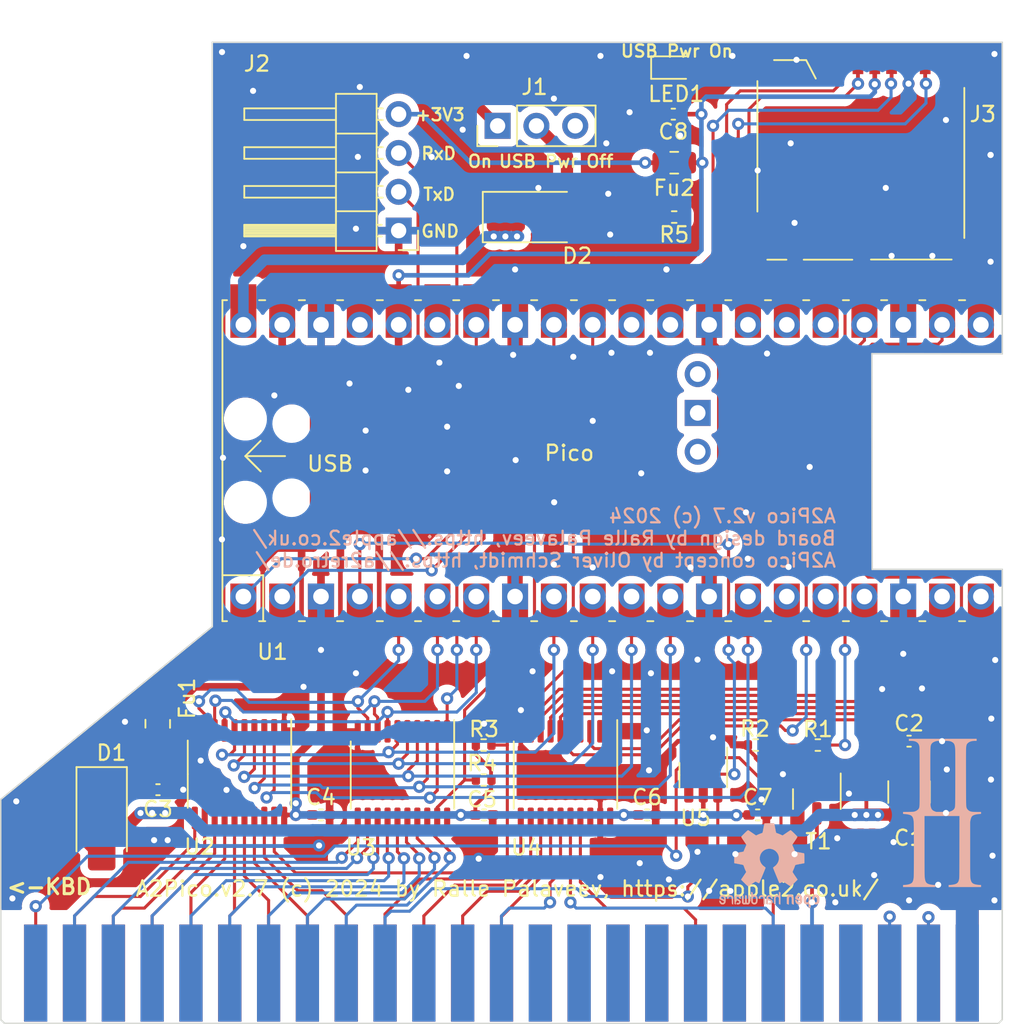
<source format=kicad_pcb>
(kicad_pcb (version 20221018) (generator pcbnew)
  (layers (0 "F.Cu" signal) (31 "B.Cu" signal) (34 "B.Paste" user) (35 "F.Paste" user) (36 "B.SilkS" user "B.Silkscreen") (37 "F.SilkS" user "F.Silkscreen") (38 "B.Mask" user) (39 "F.Mask" user) (44 "Edge.Cuts" user))
  (net 0 "")
  (net 1 "GND")
  (net 2 "3.3V")
  (net 3 "VSYS")
  (net 4 "5V")
  (net 5 "VBUS")
  (net 6 "PHI0")
  (net 7 "RW")
  (net 8 "Reset")
  (net 9 "IOStr")
  (net 10 "IOSel")
  (net 11 "DevSel")
  (net 12 "IRQ")
  (net 13 "A10")
  (net 14 "A11")
  (net 15 "D0")
  (net 16 "A0")
  (net 17 "D1")
  (net 18 "D2")
  (net 19 "D3")
  (net 20 "A1")
  (net 21 "A2")
  (net 22 "A3")
  (net 23 "D4")
  (net 24 "A4")
  (net 25 "D7")
  (net 26 "A7")
  (net 27 "A8")
  (net 28 "A9")
  (net 29 "A6")
  (net 30 "A5")
  (net 31 "D5")
  (net 32 "D6")
  (net 33 "D-OE")
  (net 34 "AL-OE")
  (net 35 "DAT0")
  (net 36 "DAT3")
  (net 37 "CMD")
  (net 38 "CLK")
  (net 39 "Tx")
  (net 40 "Rx")
  (net 41 "L-IRQ")
  (net 42 "L-Reset")
  (net 43 "L-RW")
  (net 44 "L-AD0")
  (net 45 "L-AD1")
  (net 46 "L-AD2")
  (net 47 "D-Dir")
  (net 48 "L-AD7")
  (net 49 "L-AD6")
  (net 50 "L-AD5")
  (net 51 "L-AD4")
  (net 52 "L-AD3")
  (net 53 "L-A11")
  (net 54 "L-A10")
  (net 55 "L-A9")
  (net 56 "L-A8")
  (net 57 "PHI1")
  (net 58 "ENBL")
  (net 59 "L-PHI")
  (net 60 "3.3V_out")
  (net 61 "J1-1")
  (net 62 "J1-2")
  (net 63 "m-IRQ")
  (net 64 "nc1")
  (net 65 "nc2")
  (net 66 "nc3")
  (net 67 "nc4")
  (net 68 "nc5")
  (net 69 "RUN")
  (net 70 "3V3_en")
  (net 71 "ADC_VREF")
  (footprint "" (layer "F.Cu") (at 160.274 120.584607)
    (fp_text reference "")
    (fp_text value "")
  )
  (footprint "" (layer "F.Cu") (at 152.654 120.584607)
    (fp_text reference "")
    (fp_text value "")
  )
  (footprint "" (layer "F.Cu") (at 152.654 120.584607)
    (fp_text reference "")
    (fp_text value "")
  )
  (footprint "" (layer "F.Cu") (at 124.714 120.584607)
    (fp_text reference "")
    (fp_text value "")
  )
  (footprint "" (layer "F.Cu") (at 129.794 120.584607)
    (fp_text reference "")
    (fp_text value "")
  )
  (footprint "Capacitor_SMD:C_0402_1005Metric_Pad0.74x0.62mm_HandSolder" (layer "F.Cu") (at 120.015 108.585)
    (fp_text reference "C3")
    (fp_text value "100n" hide)
  )
  (footprint "" (layer "F.Cu") (at 134.874 120.584607)
    (fp_text reference "")
    (fp_text value "")
  )
  (footprint "" (layer "F.Cu") (at 122.174 120.584607)
    (fp_text reference "")
    (fp_text value "")
  )
  (footprint "" (layer "F.Cu") (at 165.354 120.584607)
    (fp_text reference "")
    (fp_text value "")
  )
  (footprint "" (layer "F.Cu") (at 147.574 120.584607)
    (fp_text reference "")
    (fp_text value "")
  )
  (footprint "" (layer "F.Cu") (at 112.014 120.584607)
    (fp_text reference "")
    (fp_text value "")
  )
  (footprint "" (layer "F.Cu") (at 132.334 120.584607)
    (fp_text reference "")
    (fp_text value "")
  )
  (footprint "" (layer "F.Cu") (at 119.634 120.584607)
    (fp_text reference "")
    (fp_text value "")
  )
  (footprint "Capacitor_SMD:C_0402_1005Metric_Pad0.74x0.62mm_HandSolder" (layer "F.Cu") (at 153.7375 64.389)
    (fp_text reference "C8")
    (fp_text value "100n" hide)
  )
  (footprint "" (layer "F.Cu") (at 170.434 120.584607)
    (fp_text reference "")
    (fp_text value "")
  )
  (footprint "" (layer "F.Cu") (at 129.794 120.584607)
    (fp_text reference "")
    (fp_text value "")
  )
  (footprint "Capacitor_SMD:C_1210_3225Metric" (layer "F.Cu") (at 169.164 108.7385 90)
    (fp_text reference "C1")
    (fp_text value "C_1210_3225Metric" hide)
  )
  (footprint "" (layer "F.Cu") (at 145.034 120.584607)
    (fp_text reference "")
    (fp_text value "")
  )
  (footprint "Capacitor_SMD:C_0402_1005Metric_Pad0.74x0.62mm_HandSolder" (layer "F.Cu") (at 152.019 110.236)
    (fp_text reference "C6")
    (fp_text value "100n" hide)
  )
  (footprint "" (layer "F.Cu") (at 145.034 120.584607)
    (fp_text reference "")
    (fp_text value "")
  )
  (footprint "Resistor_SMD:R_0402_1005Metric" (layer "F.Cu") (at 163.195 105.664 180)
    (fp_text reference "R1")
    (fp_text value "1k" hide)
  )
  (footprint "" (layer "F.Cu") (at 155.194 120.584607)
    (fp_text reference "")
    (fp_text value "")
  )
  (footprint "" (layer "F.Cu") (at 112.014 120.584607)
    (fp_text reference "")
    (fp_text value "")
  )
  (footprint "" (layer "F.Cu") (at 117.094 120.584607)
    (fp_text reference "")
    (fp_text value "")
  )
  (footprint "" (layer "F.Cu") (at 157.734 120.584607)
    (fp_text reference "")
    (fp_text value "")
  )
  (footprint "" (layer "F.Cu") (at 139.954 120.584607)
    (fp_text reference "")
    (fp_text value "")
  )
  (footprint "Package_SO:TSSOP-20_4.4x6.5mm_P0.65mm" (layer "F.Cu") (at 136.013 107.6275 -90)
    (fp_text reference "U3")
    (fp_text value "SN74LVC245APWR" hide)
  )
  (footprint "" (layer "F.Cu") (at 172.974 120.584607)
    (fp_text reference "")
    (fp_text value "")
  )
  (footprint "" (layer "F.Cu") (at 162.814 120.584607)
    (fp_text reference "")
    (fp_text value "")
  )
  (footprint "" (layer "F.Cu") (at 114.554 120.584607)
    (fp_text reference "")
    (fp_text value "")
  )
  (footprint "" (layer "F.Cu") (at 127.254 120.584607)
    (fp_text reference "")
    (fp_text value "")
  )
  (footprint "" (layer "F.Cu") (at 137.414 120.584607)
    (fp_text reference "")
    (fp_text value "")
  )
  (footprint "" (layer "F.Cu") (at 167.894 120.584607)
    (fp_text reference "")
    (fp_text value "")
  )
  (footprint "Capacitor_SMD:C_0402_1005Metric_Pad0.74x0.62mm_HandSolder" (layer "F.Cu") (at 141.351 110.236)
    (fp_text reference "C5")
    (fp_text value "100n" hide)
  )
  (footprint "Resistor_SMD:R_0402_1005Metric" (layer "F.Cu") (at 159.131 105.664 180)
    (fp_text reference "R2")
    (fp_text value "10k" hide)
  )
  (footprint "Resistor_SMD:R_0402_1005Metric" (layer "F.Cu") (at 141.3256 105.664 180)
    (fp_text reference "R3")
    (fp_text value "10k" hide)
  )
  (footprint "Package_TO_SOT_SMD:SOT-23" (layer "F.Cu") (at 163.13 109.198 -90)
    (fp_text reference "T1")
    (fp_text value "BS170F-BV" hide)
  )
  (footprint "Resistor_SMD:R_0402_1005Metric" (layer "F.Cu") (at 141.3276 107.95 180)
    (fp_text reference "R4")
    (fp_text value "10k" hide)
  )
  (footprint "Capacitor_SMD:C_0402_1005Metric_Pad0.74x0.62mm_HandSolder" (layer "F.Cu") (at 169.164 105.41)
    (fp_text reference "C2")
    (fp_text value "100n" hide)
  )
  (footprint "" (layer "F.Cu") (at 132.334 120.584607)
    (fp_text reference "")
    (fp_text value "")
  )
  (footprint "" (layer "F.Cu") (at 114.554 120.584607)
    (fp_text reference "")
    (fp_text value "")
  )
  (footprint "" (layer "F.Cu") (at 150.114 120.584607)
    (fp_text reference "")
    (fp_text value "")
  )
  (footprint "Capacitor_SMD:C_0402_1005Metric_Pad0.74x0.62mm_HandSolder" (layer "F.Cu") (at 159.258 110.236)
    (fp_text reference "C7")
    (fp_text value "100n" hide)
  )
  (footprint "" (layer "F.Cu") (at 160.274 120.584607)
    (fp_text reference "")
    (fp_text value "")
  )
  (footprint "RaspberryPI PicoW:RPi_PicoW_SMD_TH" (layer "F.Cu") (at 149.733 87.0585 90)
    (fp_text reference "U1")
    (fp_text value "Pico" hide)
  )
  (footprint "" (layer "F.Cu") (at 170.434 120.584607)
    (fp_text reference "")
    (fp_text value "")
  )
  (footprint "Package_TO_SOT_SMD:SOT-23-6" (layer "F.Cu") (at 155.698 107.6275 -90)
    (fp_text reference "U5")
    (fp_text value "SN74LVC1G11DBVR" hide)
  )
  (footprint "Connector_Card:microSD_HC_Molex_104031-0811" (layer "F.Cu") (at 166.669 66.6695)
    (fp_text reference "J3")
    (fp_text value "microSD_HC_Molex_104031-0811" hide)
  )
  (footprint "Package_SO:TSSOP-20_4.4x6.5mm_P0.65mm" (layer "F.Cu") (at 146.681 107.6275 -90)
    (fp_text reference "U4")
    (fp_text value "SN74LVC245APWR" hide)
  )
  (footprint "" (layer "F.Cu") (at 139.954 120.584607)
    (fp_text reference "")
    (fp_text value "")
  )
  (footprint "Connector_PinHeader_2.54mm:PinHeader_1x04_P2.54mm_Horizontal" (layer "F.Cu") (at 135.763 72.009 180)
    (fp_text reference "J2")
    (fp_text value "PinHeader_1x04_P2.54mm_Horizontal" hide)
  )
  (footprint "" (layer "F.Cu") (at 142.494 120.584607)
    (fp_text reference "")
    (fp_text value "")
  )
  (footprint "Diode_SMD:D_SMA" (layer "F.Cu") (at 116.332 110.617 -90)
    (fp_text reference "D1")
    (fp_text value "SS16" hide)
  )
  (footprint "" (layer "F.Cu") (at 157.734 120.584607)
    (fp_text reference "")
    (fp_text value "")
  )
  (footprint "" (layer "F.Cu") (at 122.174 120.584607)
    (fp_text reference "")
    (fp_text value "")
  )
  (footprint "" (layer "F.Cu") (at 119.634 120.584607)
    (fp_text reference "")
    (fp_text value "")
  )
  (footprint "" (layer "F.Cu") (at 127.254 120.584607)
    (fp_text reference "")
    (fp_text value "")
  )
  (footprint "Resistor_SMD:R_0402_1005Metric" (layer "F.Cu") (at 153.795 71.12 180)
    (fp_text reference "R5")
    (fp_text value "1k" hide)
  )
  (footprint "" (layer "F.Cu") (at 167.894 120.584607)
    (fp_text reference "")
    (fp_text value "")
  )
  (footprint "Connector_PinHeader_2.54mm:PinHeader_1x03_P2.54mm_Vertical" (layer "F.Cu") (at 142.24 65.151 90)
    (fp_text reference "J1")
    (fp_text value "PinHeader_1x03_P2.54mm_Vertical" hide)
  )
  (footprint "Fuse:Fuse_0805_2012Metric" (layer "F.Cu") (at 120.015 104.267 -90)
    (fp_text reference "Fu1")
    (fp_text value "Fuse_0805_2012Metric" hide)
  )
  (footprint "" (layer "F.Cu") (at 147.574 120.584607)
    (fp_text reference "")
    (fp_text value "")
  )
  (footprint "" (layer "F.Cu") (at 165.354 120.584607)
    (fp_text reference "")
    (fp_text value "")
  )
  (footprint "LED_SMD:LED_0603_1608Metric" (layer "F.Cu") (at 153.7716 61.341)
    (fp_text reference "LED1")
    (fp_text value "LED_0603_1608Metric" hide)
  )
  (footprint "" (layer "F.Cu") (at 172.974 120.584607)
    (fp_text reference "")
    (fp_text value "")
  )
  (footprint "" (layer "F.Cu") (at 155.194 120.584607)
    (fp_text reference "")
    (fp_text value "")
  )
  (footprint "" (layer "F.Cu") (at 137.414 120.584607)
    (fp_text reference "")
    (fp_text value "")
  )
  (footprint "Fuse:Fuse_0805_2012Metric" (layer "F.Cu") (at 153.797 67.564 180)
    (fp_text reference "Fu2")
    (fp_text value "Fuse_0805_2012Metric" hide)
  )
  (footprint "Capacitor_SMD:C_0402_1005Metric_Pad0.74x0.62mm_HandSolder" (layer "F.Cu") (at 130.679 110.236)
    (fp_text reference "C4")
    (fp_text value "100n" hide)
  )
  (footprint "" (layer "F.Cu") (at 162.814 120.584607)
    (fp_text reference "")
    (fp_text value "")
  )
  (footprint "Diode_SMD:D_SMA" (layer "F.Cu") (at 144.78 71.12)
    (fp_text reference "D2")
    (fp_text value "SS16" hide)
  )
  (footprint "" (layer "F.Cu") (at 124.714 120.584607)
    (fp_text reference "")
    (fp_text value "")
  )
  (footprint "" (layer "F.Cu") (at 142.494 120.584607)
    (fp_text reference "")
    (fp_text value "")
  )
  (footprint "" (layer "F.Cu") (at 150.114 120.584607)
    (fp_text reference "")
    (fp_text value "")
  )
  (footprint "" (layer "F.Cu") (at 134.874 120.584607)
    (fp_text reference "")
    (fp_text value "")
  )
  (footprint "Package_SO:TSSOP-20_4.4x6.5mm_P0.65mm" (layer "F.Cu") (at 125.349 107.569 -90)
    (fp_text reference "U2")
    (fp_text value "SN74LVC245APWR" hide)
  )
  (footprint "" (layer "F.Cu") (at 117.094 120.584607)
    (fp_text reference "")
    (fp_text value "")
  )
  (footprint "Symbol:OSHW-Logo2_7.3x6mm_SilkScreen" (layer "B.Cu") (at 160.02 113.538 180)
    (fp_text reference "REF**" hide)
    (fp_text value "OSHW-Logo2_7.3x6mm_SilkScreen" hide)
  )
  (footprint "LOGO" (layer "B.Cu") (at 171.323 110.109 180)
    (fp_text reference "G***" hide)
    (fp_text value "LOGO" hide)
  )
  (gr_line (start 126.733 87.7585) (end 125.733 86.7585) (stroke (width 0.12)) (layer "F.SilkS"))
  (gr_line (start 125.733 86.7585) (end 126.733 87.7585) (stroke (width 0.12)) (layer "F.SilkS"))
  (gr_line (start 126.733 85.7585) (end 125.733 86.7585) (stroke (width 0.12)) (layer "F.SilkS"))
  (gr_line (start 128.333 86.7585) (end 125.733 86.7585) (stroke (width 0.12)) (layer "F.SilkS"))
  (gr_line (start 109.982 123.8758) (end 175.006 123.886607) (stroke (width 0.1)) (layer "Edge.Cuts"))
  (gr_line (start 175.26 59.69) (end 175.26 80.066) (stroke (width 0.1)) (layer "Edge.Cuts"))
  (gr_line (start 166.733 80.0585) (end 166.75 94.17) (stroke (width 0.1)) (layer "Edge.Cuts"))
  (gr_line (start 123.571 59.69) (end 175.26 59.69) (stroke (width 0.1)) (layer "Edge.Cuts"))
  (gr_line (start 175.26 123.627) (end 175.26 116.459) (stroke (width 0.1)) (layer "Edge.Cuts"))
  (gr_line (start 109.728 123.627) (end 109.728 116.459) (stroke (width 0.1)) (layer "Edge.Cuts"))
  (gr_line (start 109.728 116.459) (end 109.728 109.22) (stroke (width 0.1)) (layer "Edge.Cuts"))
  (gr_line (start 123.571 97.917) (end 123.571 59.69) (stroke (width 0.1)) (layer "Edge.Cuts"))
  (gr_line (start 175.26 116.459) (end 175.26 94.17) (stroke (width 0.1)) (layer "Edge.Cuts"))
  (gr_line (start 175.26 94.17) (end 166.75 94.17) (stroke (width 0.1)) (layer "Edge.Cuts"))
  (gr_line (start 166.733 80.0585) (end 175.26 80.066) (stroke (width 0.1)) (layer "Edge.Cuts"))
  (gr_line (start 175.006 123.886607) (end 175.26 123.627) (stroke (width 0.1)) (layer "Edge.Cuts"))
  (gr_line (start 109.728 109.22) (end 123.571 97.917) (stroke (width 0.1)) (layer "Edge.Cuts"))
  (gr_line (start 109.728 123.627) (end 109.982 123.8758) (stroke (width 0.1)) (layer "Edge.Cuts"))
  (gr_text "A2Pico v2.7 (c) 2024\nBoard design by Ralle Palaveev, https://apple2.co.uk/\nA2Pico concept by Oliver Schmidt, https://a2retro.de/\n" (at 164.465 94.107) (layer "B.SilkS") (effects (font (size 0.9 0.9)) (justify left bottom mirror)))
  (gr_text "<-KBD" (at 112.903 114.935) (layer "F.SilkS") (effects (font (size 1 1) (thickness 0.2) bold)))
  (gr_text "GND" (at 137.16 72.517) (layer "F.SilkS") (effects (font (size 0.8 0.8)) (justify left bottom)))
  (gr_text "TxD" (at 137.287 70.104) (layer "F.SilkS") (effects (font (size 0.8 0.8)) (justify left bottom)))
  (gr_text "RxD" (at 137.16 67.437) (layer "F.SilkS") (effects (font (size 0.8 0.8)) (justify left bottom)))
  (gr_text "" (at 150.114 120.584607) (layer "F.SilkS") (effects (font (size 1.27 1.27))))
  (gr_text "Off" (at 147.955 67.945) (layer "F.SilkS") (effects (font (size 0.8 0.8)) (justify left bottom)))
  (gr_text "USB Pwr" (at 142.24 67.945) (layer "F.SilkS") (effects (font (size 0.8 0.8)) (justify left bottom)))
  (gr_text "+3V3" (at 136.779 64.897) (layer "F.SilkS") (effects (font (size 0.8 0.8)) (justify left bottom)))
  (gr_text "On" (at 140.208 67.945) (layer "F.SilkS") (effects (font (size 0.8 0.8)) (justify left bottom)))
  (gr_text "A2Pico.v2.7 (c) 2024 by Ralle Palaveev, https://apple2.co.uk/" (at 142.875 115.062) (layer "F.SilkS") (effects (font (size 1 1))))
  (gr_text "" (at 150.114 120.584607) (layer "F.SilkS") (effects (font (size 1.27 1.27))))
  (gr_text "USB Pwr On" (at 150.2156 60.7314) (layer "F.SilkS") (effects (font (size 0.8 0.8)) (justify left bottom)))
  (gr_text "Pico" (at 146.933 86.5585) (layer "F.SilkS") (effects (font (size 1 1))))
  (gr_text "USB" (at 131.28 87.26) (layer "F.SilkS") (effects (font (size 1 1))))
  (segment (start 154.305 70.231) (end 153.797 69.723) (width 0.2) (layer "F.Cu") (net 0))
  (segment (start 154.305 71.12) (end 154.305 70.231) (width 0.2) (layer "F.Cu") (net 0))
  (segment (start 167.894 116.8908) (end 167.894 120.584607) (width 0.2) (layer "F.Cu") (net 0))
  (segment (start 152.146 63.881) (end 154.5337 61.4933) (width 0.2) (layer "F.Cu") (net 0))
  (segment (start 170.434 116.925013) (end 170.434 120.584607) (width 0.2) (layer "F.Cu") (net 0))
  (segment (start 152.146 65.278) (end 152.146 63.881) (width 0.2) (layer "F.Cu") (net 0))
  (segment (start 153.797 69.723) (end 153.797 66.929) (width 0.2) (layer "F.Cu") (net 0))
  (segment (start 153.797 66.929) (end 152.146 65.278) (width 0.2) (layer "F.Cu") (net 0))
  (via (at 167.894 116.8908) (size 0.8) (drill 0.4) (layers "F.Cu" "B.Cu") (net 0))
  (via (at 170.434 116.925013) (size 0.8) (drill 0.4) (layers "F.Cu" "B.Cu") (net 0))
  (segment (start 167.894 116.8908) (end 167.894 120.584607) (width 0.2) (layer "B.Cu") (net 0))
  (segment (start 170.434 116.925013) (end 170.434 120.584607) (width 0.2) (layer "B.Cu") (net 0))
  (segment (start 152.146 107.315) (end 154.051 105.41) (width 0.3) (layer "F.Cu") (net 1))
  (segment (start 152.5865 112.3435) (end 152.5865 110.236) (width 0.3) (layer "F.Cu") (net 1))
  (segment (start 130.683 99.441) (end 130.683 99.695) (width 0.3) (layer "F.Cu") (net 1))
  (segment (start 129.667 101.533) (end 129.54 101.66) (width 0.3) (layer "F.Cu") (net 1))
  (segment (start 143.383 80.01) (end 143.383 78.1685) (width 1) (layer "F.Cu") (net 1))
  (segment (start 156.083 79.5655) (end 156.083 78.1685) (width 1) (layer "F.Cu") (net 1))
  (segment (start 132.324 104.765) (end 131.826 104.267) (width 0.3) (layer "F.Cu") (net 1))
  (segment (start 143.383 95.9485) (end 143.383 87.057) (width 1) (layer "F.Cu") (net 1))
  (segment (start 143.383 86.983) (end 143.383 85.9715) (width 1) (layer "F.Cu") (net 1))
  (segment (start 169.119 61.2195) (end 169.119 62.3835) (width 0.25) (layer "F.Cu") (net 1))
  (segment (start 151.925 104.775) (end 149.616 104.775) (width 0.3) (layer "F.Cu") (net 1))
  (segment (start 130.683 99.441) (end 130.683 95.9485) (width 0.3) (layer "F.Cu") (net 1))
  (segment (start 130.683 99.695) (end 129.667 100.711) (width 0.3) (layer "F.Cu") (net 1))
  (segment (start 160.274 107.569) (end 158.621 105.916) (width 0.25) (layer "F.Cu") (net 1))
  (segment (start 155.698 105.66) (end 155.698 106.49) (width 0.3) (layer "F.Cu") (net 1))
  (segment (start 157.099 80.5815) (end 156.083 79.5655) (width 1) (layer "F.Cu") (net 1))
  (segment (start 149.616 104.775) (end 149.606 104.765) (width 0.25) (layer "F.Cu") (net 1))
  (segment (start 171.6335 107.2635) (end 169.164 107.2635) (width 0.25) (layer "F.Cu") (net 1))
  (segment (start 148.956 114.285) (end 148.956 110.49) (width 0.3) (layer "F.Cu") (net 1))
  (segment (start 129.346 101.854) (end 128.274 102.926) (width 0.3) (layer "F.Cu") (net 1))
  (segment (start 157.8 112.8) (end 159.8255 110.7745) (width 0.3) (layer "F.Cu") (net 1))
  (segment (start 152.5865 108.8985) (end 152.146 108.458) (width 0.3) (layer "F.Cu") (net 1))
  (segment (start 148.956 109.332) (end 148.956 110.49) (width 0.3) (layer "F.Cu") (net 1))
  (segment (start 147.32 107.696) (end 148.956 109.332) (width 0.3) (layer "F.Cu") (net 1))
  (segment (start 152.5865 110.236) (end 152.5865 108.8985) (width 0.3) (layer "F.Cu") (net 1))
  (segment (start 129.54 101.854) (end 129.346 101.854) (width 0.3) (layer "F.Cu") (net 1))
  (segment (start 169.119 62.3835) (end 169.128 62.3925) (width 0.25) (layer "F.Cu") (net 1))
  (segment (start 143.764 103.378) (end 143.764 104.757) (width 0.3) (layer "F.Cu") (net 1))
  (segment (start 143.383 85.9715) (end 143.383 80.264) (width 1) (layer "F.Cu") (net 1))
  (segment (start 156.083 88.4555) (end 157.099 87.4395) (width 1) (layer "F.Cu") (net 1))
  (segment (start 143.383 87.057) (end 143.42 87.02) (width 1) (layer "F.Cu") (net 1))
  (segment (start 131.2465 110.236) (end 131.2465 108.2755) (width 0.3) (layer "F.Cu") (net 1))
  (segment (start 131.826 102.108) (end 132.969 100.965) (width 0.3) (layer "F.Cu") (net 1))
  (segment (start 122.424 106.295) (end 122.809 106.68) (width 0.3) (layer "F.Cu") (net 1))
  (segment (start 131.826 104.267) (end 131.826 102.108) (width 0.3) (layer "F.Cu") (net 1))
  (segment (start 129.54 101.66) (end 129.54 101.854) (width 0.3) (layer "F.Cu") (net 1))
  (segment (start 148.971 114.3) (end 148.956 114.285) (width 0.2) (layer "F.Cu") (net 1))
  (segment (start 133.088 106.434) (end 133.088 104.765) (width 0.3) (layer "F.Cu") (net 1))
  (segment (start 131.2465 110.236) (end 131.2465 111.5465) (width 0.3) (layer "F.Cu") (net 1))
  (segment (start 143.764 104.757) (end 143.756 104.765) (width 0.25) (layer "F.Cu") (net 1))
  (segment (start 157.099 87.4395) (end 157.099 80.5815) (width 1) (layer "F.Cu") (net 1))
  (segment (start 151.54 113.39) (end 152.5865 112.3435) (width 0.3) (layer "F.Cu") (net 1))
  (segment (start 143.256 80.137) (end 143.383 80.01) (width 1) (layer "F.Cu") (net 1))
  (segment (start 145.796 107.696) (end 147.32 107.696) (width 0.3) (layer "F.Cu") (net 1))
  (segment (start 141 113.1) (end 141.9185 112.1815) (width 0.3) (layer "F.Cu") (net 1))
  (segment (start 162.18 108.2605) (end 161.6005 108.2605) (width 0.25) (layer "F.Cu") (net 1))
  (segment (start 154.051 105.41) (end 155.448 105.41) (width 0.3) (layer "F.Cu") (net 1))
  (segment (start 131.2465 108.2755) (end 133.088 106.434) (width 0.3) (layer "F.Cu") (net 1))
  (segment (start 156.083 95.9485) (end 156.083 88.4555) (width 1) (layer "F.Cu") (net 1))
  (segment (start 158.621 105.916) (end 158.621 105.664) (width 0.25) (layer "F.Cu") (net 1))
  (segment (start 133.088 104.765) (end 132.324 104.765) (width 0.3) (layer "F.Cu") (net 1))
  (segment (start 161.6005 108.2605) (end 160.909 107.569) (width 0.25) (layer "F.Cu") (net 1))
  (segment (start 173.07 105.41) (end 174.546 103.934) (width 0.25) (layer "F.Cu") (net 1))
  (segment (start 159.8255 110.7745) (end 159.8255 110.236) (width 0.3) (layer "F.Cu") (net 1))
  (segment (start 143.42 87.02) (end 143.383 86.983) (width 1) (layer "F.Cu") (net 1))
  (segment (start 129.667 100.711) (end 129.667 101.533) (width 0.3) (layer "F.Cu") (net 1))
  (segment (start 143.756 104.765) (end 143.756 105.656) (width 0.3) (layer "F.Cu") (net 1))
  (segment (start 155.448 105.41) (end 155.698 105.66) (width 0.3) (layer "F.Cu") (net 1))
  (segment (start 171.323 105.41) (end 169.7315 105.41) (width 0.25) (layer "F.Cu") (net 1))
  (segment (start 131.2465 111.5465) (end 130.556 112.237) (width 0.3) (layer "F.Cu") (net 1))
  (segment (start 152 104.7) (end 151.925 104.775) (width 0.25) (layer "F.Cu") (net 1))
  (segment (start 152.146 108.458) (end 152.146 107.315) (width 0.3) (layer "F.Cu") (net 1))
  (segment (start 122.424 104.7065) (end 122.424 106.295) (width 0.3) (layer "F.Cu") (net 1))
  (segment (start 128.274 102.926) (end 128.274 104.7065) (width 0.3) (layer "F.Cu") (net 1))
  (segment (start 171.323 105.41) (end 173.07 105.41) (width 0.25) (layer "F.Cu") (net 1))
  (segment (start 143.383 80.264) (end 143.256 80.137) (width 1) (layer "F.Cu") (net 1))
  (segment (start 143.756 105.656) (end 145.796 107.696) (width 0.3) (layer "F.Cu") (net 1))
  (segment (start 141.9185 112.1815) (end 141.9185 110.236) (width 0.3) (layer "F.Cu") (net 1))
  (segment (start 160.909 107.569) (end 160.274 107.569) (width 0.25) (layer "F.Cu") (net 1))
  (via (at 144.907 69.215) (size 0.8) (drill 0.4) (layers "F.Cu" "B.Cu") (net 1))
  (via (at 132.969 71.882) (size 0.8) (drill 0.4) (layers "F.Cu" "B.Cu") (net 1))
  (via (at 149.69 80) (size 0.8) (drill 0.4) (layers "F.Cu" "B.Cu") (net 1))
  (via (at 140.208 60.579) (size 0.8) (drill 0.4) (layers "F.Cu" "B.Cu") (net 1))
  (via (at 139.7 82.169) (size 0.8) (drill 0.4) (layers "F.Cu" "B.Cu") (net 1))
  (via (at 158.61 93.47) (size 0.8) (drill 0.4) (layers "F.Cu" "B.Cu") (net 1))
  (via (at 145.94 89.78) (size 0.8) (drill 0.4) (layers "F.Cu" "B.Cu") (net 1))
  (via (at 161.798 60.833) (size 0.8) (drill 0.4) (layers "F.Cu" "B.Cu") (net 1))
  (via (at 170.688 73.66) (size 0.8) (drill 0.4) (layers "F.Cu" "B.Cu") (net 1))
  (via (at 157.607 60.579) (size 0.8) (drill 0.4) (layers "F.Cu" "B.Cu") (net 1))
  (via (at 130.556 112.237) (size 0.8) (drill 0.4) (layers "F.Cu" "B.Cu") (net 1))
  (via (at 143.764 103.378) (size 0.8) (drill 0.4) (layers "F.Cu" "B.Cu") (net 1))
  (via (at 161.671 71.501) (size 0.8) (drill 0.4) (layers "F.Cu" "B.Cu") (net 1))
  (via (at 161.417 66.294) (size 0.8) (drill 0.4) (layers "F.Cu" "B.Cu") (net 1))
  (via (at 148.971 114.3) (size 0.8) (drill 0.4) (layers "F.Cu" "B.Cu") (net 1))
  (via (at 167.4 102) (size 0.8) (drill 0.4) (layers "F.Cu" "B.Cu") (net 1))
  (via (at 133.6 87.7) (size 0.8) (drill 0.4) (layers "F.Cu" "B.Cu") (net 1))
  (via (at 161.28 94.01) (size 0.8) (drill 0.4) (layers "F.Cu" "B.Cu") (net 1))
  (via (at 153.289 74.549) (size 0.8) (drill 0.4) (layers "F.Cu" "B.Cu") (net 1))
  (via (at 174.8 100.1) (size 0.8) (drill 0.4) (layers "F.Cu" "B.Cu") (net 1))
  (via (at 110.744 109.347) (size 0.8) (drill 0.4) (layers "F.Cu" "B.Cu") (net 1))
  (via (at 152.21 80) (size 0.8) (drill 0.4) (layers "F.Cu" "B.Cu") (net 1))
  (via (at 150.876 64.262) (size 0.8) (drill 0.4) (layers "F.Cu" "B.Cu") (net 1))
  (via (at 171.577 64.77) (size 0.8) (drill 0.4) (layers "F.Cu" "B.Cu") (net 1))
  (via (at 132.55 82.01) (size 0.8) (drill 0.4) (layers "F.Cu" "B.Cu") (net 1))
  (via (at 165.227 108.839) (size 0.8) (drill 0.4) (layers "F.Cu" "B.Cu") (net 1))
  (via (at 138.938 84.836) (size 0.8) (drill 0.4) (layers "F.Cu" "B.Cu") (net 1))
  (via (at 174.546 103.934) (size 0.8) (drill 0.4) (layers "F.Cu" "B.Cu") (net 1))
  (via (at 168.783 99.695) (size 0.8) (drill 0.4) (layers "F.Cu" "B.Cu") (net 1))
  (via (at 159.258 68.072) (size 0.8) (drill 0.4) (layers "F.Cu" "B.Cu") (net 1))
  (via (at 145.923 63.373) (size 0.8) (drill 0.4) (layers "F.Cu" "B.Cu") (net 1))
  (via (at 124.5 108.6) (size 0.8) (drill 0.4) (layers "F.Cu" "B.Cu") (net 1))
  (via (at 152 104.7) (size 0.8) (drill 0.4) (layers "F.Cu" "B.Cu") (net 1))
  (via (at 120.65 111.887) (size 0.8) (drill 0.4) (layers "F.Cu" "B.Cu") (net 1))
  (via (at 149.479 69.596) (size 0.8) (drill 0.4) (layers "F.Cu" "B.Cu") (net 1))
  (via (at 156.08 115.2) (size 0.8) (drill 0.4) (layers "F.Cu" "B.Cu") (net 1))
  (via (at 124.206 60.325) (size 0.8) (drill 0.4) (layers "F.Cu" "B.Cu") (net 1))
  (via (at 148.463 94.04) (size 0.8) (drill 0.4) (layers "F.Cu" "B.Cu") (net 1))
  (via (at 125.603 73.025) (size 0.8) (drill 0.4) (layers "F.Cu" "B.Cu") (net 1))
  (via (at 143.256 80.137) (size 0.8) (drill 0.4) (layers "F.Cu" "B.Cu") (net 1))
  (via (at 117.856 104.14) (size 0.8) (drill 0.4) (layers "F.Cu" "B.Cu") (net 1))
  (via (at 161.671 112.8) (size 0.8) (drill 0.4) (layers "F.Cu" "B.Cu") (net 1))
  (via (at 141.351 104.267) (size 0.8) (drill 0.4) (layers "F.Cu" "B.Cu") (net 1))
  (via (at 137.922 67.183) (size 0.8) (drill 0.4) (layers "F.Cu" "B.Cu") (net 1))
  (via (at 144.526 100.838) (size 0.8) (drill 0.4) (layers "F.Cu" "B.Cu") (net 1))
  (via (at 141 113.1) (size 0.8) (drill 0.4) (layers "F.Cu" "B.Cu") (net 1))
  (via (at 159.87 80.05) (size 0.8) (drill 0.4) (layers "F.Cu" "B.Cu") (net 1))
  (via (at 174.498 74.041) (size 0.8) (drill 0.4) (layers "F.Cu" "B.Cu") (net 1))
  (via (at 169.164 115.824) (size 0.8) (drill 0.4) (layers "F.Cu" "B.Cu") (net 1))
  (via (at 171.069 114.808) (size 0.8) (drill 0.4) (layers "F.Cu" "B.Cu") (net 1))
  (via (at 174.524 107.924) (size 0.8) (drill 0.4) (layers "F.Cu" "B.Cu") (net 1))
  (via (at 171.6335 107.2635) (size 0.8) (drill 0.4) (layers "F.Cu" "B.Cu") (net 1))
  (via (at 138.938 87.757) (size 0.8) (drill 0.4) (layers "F.Cu" "B.Cu") (net 1))
  (via (at 153.289 74.549) (size 0.8) (drill 0.4) (layers "F.Cu" "B.Cu") (net 1))
  (via (at 122.809 106.68) (size 0.8) (drill 0.4) (layers "F.Cu" "B.Cu") (net 1))
  (via (at 124.27 86.87) (size 0.8) (drill 0.4) (layers "F.Cu" "B.Cu") (net 1))
  (via (at 174.752 115.824) (size 0.8) (drill 0.4) (layers "F.Cu" "B.Cu") (net 1))
  (via (at 133.604 85.09) (size 0.8) (drill 0.4) (layers "F.Cu" "B.Cu") (net 1))
  (via (at 152.273 100.965) (size 0.8) (drill 0.4) (layers "F.Cu" "B.Cu") (net 1))
  (via (at 149.733 100.838) (size 0.8) (drill 0.4) (layers "F.Cu" "B.Cu") (net 1))
  (via (at 143.383 74.549) (size 0.8) (drill 0.4) (layers "F.Cu" "B.Cu") (net 1))
  (via (at 160.909 107.569) (size 0.8) (drill 0.4) (layers "F.Cu" "B.Cu") (net 1))
  (via (at 110.49 115.697) (size 0.8) (drill 0.4) (layers "F.Cu" "B.Cu") (net 1))
  (via (at 164.338 115.951) (size 0.8) (drill 0.4) (layers "F.Cu" "B.Cu") (net 1))
  (via (at 174.498 67.056) (size 0.8) (drill 0.4) (layers "F.Cu" "B.Cu") (net 1))
  (via (at 171.323 105.41) (size 0.8) (drill 0.4) (layers "F.Cu" "B.Cu") (net 1))
  (via (at 143.42 87.02) (size 0.8) (drill 0.4) (layers "F.Cu" "B.Cu") (net 1))
  (via (at 155.321 100.076) (size 0.8) (drill 0.4) (layers "F.Cu" "B.Cu") (net 1))
  (via (at 127.63 82.79) (size 0.8) (drill 0.4) (layers "F.Cu" "B.Cu") (net 1))
  (via (at 148.463 84.455) (size 0.8) (drill 0.4) (layers "F.Cu" "B.Cu") (net 1))
  (via (at 174.498 67.056) (size 0.8) (drill 0.4) (layers "F.Cu" "B.Cu") (net 1))
  (via (at 121.666 108.585) (size 0.8) (drill 0.4) (layers "F.Cu" "B.Cu") (net 1))
  (via (at 174.752 60.452) (size 0.8) (drill 0.4) (layers "F.Cu" "B.Cu") (net 1))
  (via (at 149.606 72.263) (size 0.8) (drill 0.4) (layers "F.Cu" "B.Cu") (net 1))
  (via (at 152.146 107.315) (size 0.8) (drill 0.4) (layers "F.Cu" "B.Cu") (net 1))
  (via (at 151.54 113.39) (size 0.8) (drill 0.4) (layers "F.Cu" "B.Cu") (net 1))
  (via (at 169.128 62.3925) (size 0.8) (drill 0.4) (layers "F.Cu" "B.Cu") (net 1))
  (via (at 168.021 73.66) (size 0.8) (drill 0.4) (layers "F.Cu" "B.Cu") (net 1))
  (via (at 149.352 66.294) (size 0.8) (drill 0.4) (layers "F.Cu" "B.Cu") (net 1))
  (via (at 148.971 60.579) (size 0.8) (drill 0.4) (layers "F.Cu" "B.Cu") (net 1))
  (via (at 130.683 99.441) (size 0.8) (drill 0.4) (layers "F.Cu" "B.Cu") (net 1))
  (via (at 136.398 82.423) (size 0.8) (drill 0.4) (layers "F.Cu" "B.Cu") (net 1))
  (via (at 159.512 109.22) (size 0.8) (drill 0.4) (layers "F.Cu" "B.Cu") (net 1))
  (via (at 157.47 115.21) (size 0.8) (drill 0.4) (layers "F.Cu" "B.Cu") (net 1))
  (via (at 156.337 105.156) (size 0.8) (drill 0.4) (layers "F.Cu" "B.Cu") (net 1))
  (via (at 166.878 114.173) (size 0.8) (drill 0.4) (layers "F.Cu" "B.Cu") (net 1))
  (via (at 138.43 80.645) (size 0.8) (drill 0.4) (layers "F.Cu" "B.Cu") (net 1))
  (via (at 158.49 90.44) (size 0.8) (drill 0.4) (layers "F.Cu" "B.Cu") (net 1))
  (via (at 157.8 112.8) (size 0.8) (drill 0.4) (layers "F.Cu" "B.Cu") (net 1))
  (via (at 119.761 111.887) (size 0.8) (drill 0.4) (layers "F.Cu" "B.Cu") (net 1))
  (via (at 162.66 87.47) (size 0.8) (drill 0.4) (layers "F.Cu" "B.Cu") (net 1))
  (via (at 133.223 62.611) (size 0.8) (drill 0.4) (layers "F.Cu" "B.Cu") (net 1))
  (via (at 168.148 112.014) (size 0.8) (drill 0.4) (layers "F.Cu" "B.Cu") (net 1))
  (via (at 174.625 112.903) (size 0.8) (drill 0.4) (layers "F.Cu" "B.Cu") (net 1))
  (via (at 154.86 94.04) (size 0.8) (drill 0.4) (layers "F.Cu" "B.Cu") (net 1))
  (via (at 170.01 101.96) (size 0.8) (drill 0.4) (layers "F.Cu" "B.Cu") (net 1))
  (via (at 133.096 67.183) (size 0.8) (drill 0.4) (layers "F.Cu" "B.Cu") (net 1))
  (via (at 147.193 80.264) (size 0.8) (drill 0.4) (layers "F.Cu" "B.Cu") (net 1))
  (via (at 164.465 111.76) (size 0.8) (drill 0.4) (layers "F.Cu" "B.Cu") (net 1))
  (via (at 132.969 100.965) (size 0.8) (drill 0.4) (layers "F.Cu" "B.Cu") (net 1))
  (via (at 139.954 65.405) (size 0.8) (drill 0.4) (layers "F.Cu" "B.Cu") (net 1))
  (via (at 171.577 110.109) (size 0.8) (drill 0.4) (layers "F.Cu" "B.Cu") (net 1))
  (via (at 126.238 62.865) (size 0.8) (drill 0.4) (layers "F.Cu" "B.Cu") (net 1))
  (via (at 167.64 69.215) (size 0.8) (drill 0.4) (layers "F.Cu" "B.Cu") (net 1))
  (via (at 145.923 93.853) (size 0.8) (drill 0.4) (layers "F.Cu" "B.Cu") (net 1))
  (via (at 153.45 114.46) (size 0.8) (drill 0.4) (layers "F.Cu" "B.Cu") (net 1))
  (via (at 124.2 92.21) (size 0.8) (drill 0.4) (layers "F.Cu" "B.Cu") (net 1))
  (via (at 155.321 112.649) (size 0.8) (drill 0.4) (layers "F.Cu" "B.Cu") (net 1))
  (via (at 151.638 87.884) (size 0.8) (drill 0.4) (layers "F.Cu" "B.Cu") (net 1))
  (via (at 154.178 65.786) (size 0.8) (drill 0.4) (layers "F.Cu" "B.Cu") (net 1))
  (via (at 129.54 101.854) (size 0.8) (drill 0.4) (layers "F.Cu" "B.Cu") (net 1))
  (segment (start 172.974 114.046) (end 172.974 120.584607) (width 1.5) (layer "B.Cu") (net 1))
  (segment (start 130.556 112.237) (end 130.556 112.268) (width 0.25) (layer "B.Cu") (net 1))
  (segment (start 120.65 111.887) (end 120.777 111.887) (width 0.25) (layer "B.Cu") (net 1))
  (segment (start 172.847 113.919) (end 172.974 114.046) (width 1.5) (layer "B.Cu") (net 1))
  (segment (start 120.65 111.887) (end 119.761 111.887) (width 0.25) (layer "B.Cu") (net 1))
  (segment (start 121.158 112.268) (end 130.525 112.268) (width 0.25) (layer "B.Cu") (net 1))
  (segment (start 130.525 112.268) (end 130.556 112.237) (width 0.25) (layer "B.Cu") (net 1))
  (segment (start 120.777 111.887) (end 121.158 112.268) (width 0.25) (layer "B.Cu") (net 1))
  (segment (start 135.763 79.497522) (end 135.763 81.026) (width 0.5) (layer "F.Cu") (net 2))
  (segment (start 139.192 110.236) (end 138.938 110.49) (width 0.3) (layer "F.Cu") (net 2))
  (segment (start 129.032 110.236) (end 130.1115 110.236) (width 0.3) (layer "F.Cu") (net 2))
  (segment (start 134.4295 99.441) (end 134.493 99.3775) (width 0.5) (layer "F.Cu") (net 2))
  (segment (start 157.8775 110.236) (end 157.861 110.2525) (width 0.25) (layer "F.Cu") (net 2))
  (segment (start 131.2 100.194) (end 131.953 99.441) (width 0.5) (layer "F.Cu") (net 2))
  (segment (start 128.4695 110.236) (end 129.032 110.236) (width 0.3) (layer "F.Cu") (net 2))
  (segment (start 138.9965 110.5485) (end 138.938 110.49) (width 0.25) (layer "F.Cu") (net 2))
  (segment (start 166.919 61.2195) (end 166.919 62.4265) (width 0.3) (layer "F.Cu") (net 2))
  (segment (start 131.953 99.441) (end 133.223 99.441) (width 0.5) (layer "F.Cu") (net 2))
  (segment (start 155.6375 67.564) (end 154.7345 67.564) (width 0.3) (layer "F.Cu") (net 2))
  (segment (start 131.953 94.1705) (end 131.953 99.441) (width 0.3) (layer "F.Cu") (net 2))
  (segment (start 134.493 92.1385) (end 134.493 94.1705) (width 0.5) (layer "F.Cu") (net 2))
  (segment (start 140.8156 106.2716) (end 140.8156 105.664) (width 0.25) (layer "F.Cu") (net 2))
  (segment (start 141.8102 107.2662) (end 140.8156 106.2716) (width 0.25) (layer "F.Cu") (net 2))
  (segment (start 131.953 99.441) (end 131.953 99.5045) (width 0.3) (layer "F.Cu") (net 2))
  (segment (start 134.493 94.1705) (end 134.493 99.441) (width 0.3) (layer "F.Cu") (net 2))
  (segment (start 155.702 110.236) (end 155.698 110.232) (width 0.25) (layer "F.Cu") (net 2))
  (segment (start 155.698 110.232) (end 155.698 108.765) (width 0.3) (layer "F.Cu") (net 2))
  (segment (start 131.953 92.2655) (end 131.953 94.1705) (width 0.5) (layer "F.Cu") (net 2))
  (segment (start 150.495 110.236) (end 149.86 110.236) (width 0.3) (layer "F.Cu") (net 2))
  (segment (start 139.827 110.236) (end 139.192 110.236) (width 0.3) (layer "F.Cu") (net 2))
  (segment (start 129.032 106.426) (end 129.032 109.474) (width 0.5) (layer "F.Cu") (net 2))
  (segment (start 133.223 99.441) (end 134.4295 99.441) (width 0.5) (layer "F.Cu") (net 2))
  (segment (start 141.8102 108.5703) (end 141.8102 107.2662) (width 0.25) (layer "F.Cu") (net 2))
  (segment (start 128.4695 110.236) (end 128.274 110.4315) (width 0.3) (layer "F.Cu") (net 2))
  (segment (start 131.2 100.965) (end 131.2 100.194) (width 0.5) (layer "F.Cu") (net 2))
  (segment (start 139.827 110.236) (end 140.7835 110.236) (width 0.3) (layer "F.Cu") (net 2))
  (segment (start 140.7835 110.236) (end 140.7835 109.597) (width 0.25) (layer "F.Cu") (net 2))
  (segment (start 133.985 91.6305) (end 134.493 92.1385) (width 0.5) (layer "F.Cu") (net 2))
  (segment (start 132.588 91.6305) (end 133.985 91.6305) (width 0.5) (layer "F.Cu") (net 2))
  (segment (start 132.207 92.0115) (end 131.953 92.2655) (width 0.5) (layer "F.Cu") (net 2))
  (segment (start 134.493 99.441) (end 134.493 99.3775) (width 0.3) (layer "F.Cu") (net 2))
  (segment (start 140.7835 109.597) (end 141.8102 108.5703) (width 0.25) (layer "F.Cu") (net 2))
  (segment (start 158.6905 110.236) (end 157.8775 110.236) (width 0.3) (layer "F.Cu") (net 2))
  (segment (start 149.86 110.236) (end 149.606 110.49) (width 0.3) (layer "F.Cu") (net 2))
  (segment (start 131.2 101.337) (end 131.2 100.965) (width 0.5) (layer "F.Cu") (net 2))
  (segment (start 151.4515 110.236) (end 150.495 110.236) (width 0.3) (layer "F.Cu") (net 2))
  (segment (start 155.575 64.389) (end 154.305 64.389) (width 0.3) (layer "F.Cu") (net 2))
  (segment (start 132.207 84.582) (end 132.207 92.0115) (width 0.5) (layer "F.Cu") (net 2))
  (segment (start 135.763 74.93) (end 135.763 78.1685) (width 0.3) (layer "F.Cu") (net 2))
  (segment (start 130.683 104.775) (end 129.032 106.426) (width 0.5) (layer "F.Cu") (net 2))
  (segment (start 132.207 92.0115) (end 132.588 91.6305) (width 0.5) (layer "F.Cu") (net 2))
  (segment (start 129.032 110.236) (end 129.032 109.474) (width 0.5) (layer "F.Cu") (net 2))
  (segment (start 130.683 101.854) (end 130.683 104.775) (width 0.5) (layer "F.Cu") (net 2))
  (segment (start 135.763 79.4385) (end 135.763 78.1685) (width 0.5) (layer "F.Cu") (net 2))
  (segment (start 135.763 81.026) (end 132.207 84.582) (width 0.5) (layer "F.Cu") (net 2))
  (segment (start 130.683 101.854) (end 131.2 101.337) (width 0.5) (layer "F.Cu") (net 2))
  (via (at 157.861 110.2525) (size 0.8) (drill 0.4) (layers "F.Cu" "B.Cu") (net 2))
  (via (at 155.702 110.236) (size 0.8) (drill 0.4) (layers "F.Cu" "B.Cu") (net 2))
  (via (at 155.6375 67.564) (size 0.8) (drill 0.4) (layers "F.Cu" "B.Cu") (net 2))
  (via (at 135.763 74.93) (size 0.8) (drill 0.4) (layers "F.Cu" "B.Cu") (net 2))
  (via (at 155.575 64.389) (size 0.8) (drill 0.4) (layers "F.Cu" "B.Cu") (net 2))
  (via (at 129.032 109.474) (size 0.8) (drill 0.4) (layers "F.Cu" "B.Cu") (net 2))
  (via (at 129.032 110.236) (size 0.8) (drill 0.4) (layers "F.Cu" "B.Cu") (net 2))
  (via (at 150.495 110.236) (size 0.8) (drill 0.4) (layers "F.Cu" "B.Cu") (net 2))
  (via (at 166.919 62.4265) (size 0.8) (drill 0.4) (layers "F.Cu" "B.Cu") (net 2))
  (via (at 139.827 110.236) (size 0.8) (drill 0.4) (layers "F.Cu" "B.Cu") (net 2))
  (segment (start 155.702 110.236) (end 157.8445 110.236) (width 0.5) (layer "B.Cu") (net 2))
  (segment (start 155.575 64.389) (end 155.575 63.5635) (width 0.3) (layer "B.Cu") (net 2))
  (segment (start 155.6375 67.564) (end 155.575 67.5015) (width 0.3) (layer "B.Cu") (net 2))
  (segment (start 155.8925 63.246) (end 166.624 63.246) (width 0.3) (layer "B.Cu") (net 2))
  (segment (start 155.575 73.279) (end 155.575 72.39) (width 0.3) (layer "B.Cu") (net 2))
  (segment (start 149.987 73.533) (end 155.321 73.533) (width 0.3) (layer "B.Cu") (net 2))
  (segment (start 149.987 73.533) (end 141.732 73.533) (width 0.3) (layer "B.Cu") (net 2))
  (segment (start 155.6375 67.564) (end 155.575 67.6265) (width 0.3) (layer "B.Cu") (net 2))
  (segment (start 155.575 63.5635) (end 155.8925 63.246) (width 0.3) (layer "B.Cu") (net 2))
  (segment (start 139.827 110.236) (end 150.495 110.236) (width 0.5) (layer "B.Cu") (net 2))
  (segment (start 157.8445 110.236) (end 157.861 110.2525) (width 0.25) (layer "B.Cu") (net 2))
  (segment (start 129.032 110.236) (end 129.032 109.474) (width 0.5) (layer "B.Cu") (net 2))
  (segment (start 155.321 73.533) (end 155.575 73.279) (width 0.3) (layer "B.Cu") (net 2))
  (segment (start 140.335 74.93) (end 135.763 74.93) (width 0.3) (layer "B.Cu") (net 2))
  (segment (start 141.732 73.533) (end 140.335 74.93) (width 0.3) (layer "B.Cu") (net 2))
  (segment (start 150.495 110.236) (end 155.702 110.236) (width 0.5) (layer "B.Cu") (net 2))
  (segment (start 166.919 62.951) (end 166.919 62.4265) (width 0.3) (layer "B.Cu") (net 2))
  (segment (start 155.575 67.5015) (end 155.575 64.389) (width 0.3) (layer "B.Cu") (net 2))
  (segment (start 166.624 63.246) (end 166.919 62.951) (width 0.3) (layer "B.Cu") (net 2))
  (segment (start 129.032 110.236) (end 139.827 110.236) (width 0.5) (layer "B.Cu") (net 2))
  (segment (start 155.575 67.6265) (end 155.575 72.39) (width 0.3) (layer "B.Cu") (net 2))
  (segment (start 126.873 94.107) (end 126.873 93.6625) (width 0.5) (layer "F.Cu") (net 3))
  (segment (start 127.508 99.3775) (end 126.873 99.3775) (width 0.5) (layer "F.Cu") (net 3))
  (segment (start 121.539 105.918) (end 121.539 102.758918) (width 0.5) (layer "F.Cu") (net 3))
  (segment (start 128.143 99.3775) (end 127.508 99.3775) (width 0.5) (layer "F.Cu") (net 3))
  (segment (start 128.532 100.838) (end 128.532 99.5125) (width 0.5) (layer "F.Cu") (net 3))
  (segment (start 116.332 108.617) (end 118.84 108.617) (width 0.5) (layer "F.Cu") (net 3))
  (segment (start 127.516 101.854) (end 128.532 100.838) (width 0.5) (layer "F.Cu") (net 3))
  (segment (start 131.318 82.7405) (end 128.143 79.5655) (width 0.5) (layer "F.Cu") (net 3))
  (segment (start 126.873 99.3775) (end 126.873 94.107) (width 0.3) (layer "F.Cu") (net 3))
  (segment (start 131.318 91.6305) (end 131.318 82.7405) (width 0.5) (layer "F.Cu") (net 3))
  (segment (start 127.762 92.7735) (end 130.175 92.7735) (width 0.5) (layer "F.Cu") (net 3))
  (segment (start 129.413 92.7735) (end 129.413 94.107) (width 0.5) (layer "F.Cu") (net 3))
  (segment (start 118.84 108.617) (end 121.539 105.918) (width 0.5) (layer "F.Cu") (net 3))
  (segment (start 130.175 92.7735) (end 131.318 91.6305) (width 0.5) (layer "F.Cu") (net 3))
  (segment (start 129.413 99.3775) (end 129.413 94.107) (width 0.3) (layer "F.Cu") (net 3))
  (segment (start 128.143 79.5655) (end 128.143 78.1685) (width 0.5) (layer "F.Cu") (net 3))
  (segment (start 122.443918 101.854) (end 127.516 101.854) (width 0.5) (layer "F.Cu") (net 3))
  (segment (start 121.539 102.758918) (end 122.443918 101.854) (width 0.5) (layer "F.Cu") (net 3))
  (segment (start 126.873 93.6625) (end 127.762 92.7735) (width 0.5) (layer "F.Cu") (net 3))
  (segment (start 128.532 99.5125) (end 128.397 99.3775) (width 0.5) (layer "F.Cu") (net 3))
  (segment (start 129.413 99.3775) (end 128.143 99.3775) (width 0.5) (layer "F.Cu") (net 3))
  (segment (start 120.483503 110.109) (end 118.872 110.109) (width 0.8) (layer "F.Cu") (net 4))
  (segment (start 172.974 114.0235) (end 172.974 120.584607) (width 1.5) (layer "F.Cu") (net 4))
  (segment (start 116.332 112.617) (end 115.919 112.617) (width 0.7) (layer "F.Cu") (net 4))
  (segment (start 167.005 105.41) (end 168.617676 105.41) (width 0.25) (layer "F.Cu") (net 4))
  (segment (start 167.1545 110.2135) (end 167.132 110.236) (width 0.8) (layer "F.Cu") (net 4))
  (segment (start 115.919 112.617) (end 114.427 111.125) (width 0.7) (layer "F.Cu") (net 4))
  (segment (start 167.1095 110.2135) (end 165.5855 110.2135) (width 0.8) (layer "F.Cu") (net 4))
  (segment (start 118.872 110.109) (end 116.364 112.617) (width 0.8) (layer "F.Cu") (net 4))
  (segment (start 166.37 110.236) (end 166.37 106.045) (width 0.25) (layer "F.Cu") (net 4))
  (segment (start 115.57 106.172) (end 119.04 106.172) (width 0.7) (layer "F.Cu") (net 4))
  (segment (start 169.164 110.2135) (end 167.1545 110.2135) (width 0.8) (layer "F.Cu") (net 4))
  (segment (start 114.427 111.125) (end 114.427 107.315) (width 0.7) (layer "F.Cu") (net 4))
  (segment (start 169.164 110.2135) (end 172.974 114.0235) (width 1.5) (layer "F.Cu") (net 4))
  (segment (start 167.132 110.236) (end 167.1095 110.2135) (width 0.8) (layer "F.Cu") (net 4))
  (segment (start 119.04 106.172) (end 120.005 105.207) (width 0.7) (layer "F.Cu") (net 4))
  (segment (start 116.364 112.617) (end 116.332 112.617) (width 0.8) (layer "F.Cu") (net 4))
  (segment (start 166.37 106.045) (end 167.005 105.41) (width 0.25) (layer "F.Cu") (net 4))
  (segment (start 114.427 107.315) (end 115.57 106.172) (width 0.7) (layer "F.Cu") (net 4))
  (via (at 167.132 110.236) (size 0.8) (drill 0.4) (layers "F.Cu" "B.Cu") (net 4))
  (via (at 118.872 110.109) (size 0.8) (drill 0.4) (layers "F.Cu" "B.Cu") (net 4))
  (via (at 166.37 110.236) (size 0.8) (drill 0.4) (layers "F.Cu" "B.Cu") (net 4))
  (via (at 120.483503 110.109) (size 0.8) (drill 0.4) (layers "F.Cu" "B.Cu") (net 4))
  (via (at 165.608 110.236) (size 0.8) (drill 0.4) (layers "F.Cu" "B.Cu") (net 4))
  (via (at 119.634 110.109) (size 0.8) (drill 0.4) (layers "F.Cu" "B.Cu") (net 4))
  (segment (start 130.985214 111.252) (end 162.306 111.252) (width 0.8) (layer "B.Cu") (net 4))
  (segment (start 167.132 110.236) (end 166.37 110.236) (width 0.8) (layer "B.Cu") (net 4))
  (segment (start 120.483503 110.109) (end 121.92 110.109) (width 0.8) (layer "B.Cu") (net 4))
  (segment (start 121.92 110.109) (end 123.063 111.252) (width 0.8) (layer "B.Cu") (net 4))
  (segment (start 162.306 111.252) (end 163.322 110.236) (width 0.8) (layer "B.Cu") (net 4))
  (segment (start 130.126786 111.252) (end 130.141786 111.237) (width 0.8) (layer "B.Cu") (net 4))
  (segment (start 130.141786 111.237) (end 130.970214 111.237) (width 0.8) (layer "B.Cu") (net 4))
  (segment (start 163.322 110.236) (end 165.608 110.236) (width 0.8) (layer "B.Cu") (net 4))
  (segment (start 166.37 110.236) (end 165.608 110.236) (width 0.8) (layer "B.Cu") (net 4))
  (segment (start 130.970214 111.237) (end 130.985214 111.252) (width 0.8) (layer "B.Cu") (net 4))
  (segment (start 119.634 110.109) (end 118.872 110.109) (width 0.8) (layer "B.Cu") (net 4))
  (segment (start 123.063 111.252) (end 130.126786 111.252) (width 0.8) (layer "B.Cu") (net 4))
  (segment (start 120.483503 110.109) (end 119.634 110.109) (width 0.8) (layer "B.Cu") (net 4))
  (segment (start 141.986 72.39) (end 141.986 71.914) (width 0.7) (layer "F.Cu") (net 5))
  (segment (start 143.51 71.85) (end 142.78 71.12) (width 0.7) (layer "F.Cu") (net 5))
  (segment (start 142.748 72.39) (end 142.748 71.152) (width 0.7) (layer "F.Cu") (net 5))
  (segment (start 142.748 71.152) (end 142.78 71.12) (width 0.7) (layer "F.Cu") (net 5))
  (segment (start 143.51 72.39) (end 143.51 71.85) (width 0.7) (layer "F.Cu") (net 5))
  (segment (start 141.986 71.914) (end 142.78 71.12) (width 0.7) (layer "F.Cu") (net 5))
  (via (at 142.748 72.39) (size 0.8) (drill 0.4) (layers "F.Cu" "B.Cu") (net 5))
  (via (at 141.986 72.39) (size 0.8) (drill 0.4) (layers "F.Cu" "B.Cu") (net 5))
  (via (at 143.51 72.39) (size 0.8) (drill 0.4) (layers "F.Cu" "B.Cu") (net 5))
  (segment (start 125.603 75.311) (end 127 73.914) (width 0.7) (layer "B.Cu") (net 5))
  (segment (start 141.478 72.39) (end 141.986 72.39) (width 0.7) (layer "B.Cu") (net 5))
  (segment (start 125.603 78.1685) (end 125.603 75.311) (width 0.7) (layer "B.Cu") (net 5))
  (segment (start 141.986 72.39) (end 142.748 72.39) (width 0.7) (layer "B.Cu") (net 5))
  (segment (start 142.748 72.39) (end 143.51 72.39) (width 0.7) (layer "B.Cu") (net 5))
  (segment (start 139.954 73.914) (end 141.478 72.39) (width 0.7) (layer "B.Cu") (net 5))
  (segment (start 143.51 72.39) (end 143.637 72.39) (width 0.7) (layer "B.Cu") (net 5))
  (segment (start 127 73.914) (end 139.954 73.914) (width 0.7) (layer "B.Cu") (net 5))
  (segment (start 149.352 116.332) (end 147.656 114.636) (width 0.2) (layer "F.Cu") (net 7))
  (segment (start 154.432 116.332) (end 149.352 116.332) (width 0.2) (layer "F.Cu") (net 7))
  (segment (start 155.194 117.094) (end 155.194 120.584607) (width 0.2) (layer "F.Cu") (net 7))
  (segment (start 155.194 117.094) (end 154.432 116.332) (width 0.2) (layer "F.Cu") (net 7))
  (segment (start 147.656 114.636) (end 147.656 110.49) (width 0.2) (layer "F.Cu") (net 7))
  (segment (start 147.006 115.951) (end 147.006 110.49) (width 0.2) (layer "F.Cu") (net 8))
  (via (at 147.006 115.951) (size 0.8) (drill 0.4) (layers "F.Cu" "B.Cu") (net 8))
  (segment (start 160.274 116.84) (end 160.274 120.584607) (width 0.2) (layer "B.Cu") (net 8))
  (segment (start 147.006 115.951) (end 147.387 116.332) (width 0.2) (layer "B.Cu") (net 8))
  (segment (start 159.766 116.332) (end 160.274 116.84) (width 0.2) (layer "B.Cu") (net 8))
  (segment (start 147.387 116.332) (end 159.766 116.332) (width 0.2) (layer "B.Cu") (net 8))
  (segment (start 156.648 106.49) (end 158.052 106.49) (width 0.2) (layer "F.Cu") (net 9))
  (segment (start 160.782 109.22) (end 160.782 111.76) (width 0.2) (layer "F.Cu") (net 9))
  (segment (start 158.052 106.49) (end 160.782 109.22) (width 0.2) (layer "F.Cu") (net 9))
  (segment (start 160.274 112.268) (end 160.274 120.584607) (width 0.2) (layer "F.Cu") (net 9))
  (segment (start 160.782 111.76) (end 160.274 112.268) (width 0.2) (layer "F.Cu") (net 9))
  (segment (start 153.924 112.903) (end 153.924 107.314) (width 0.2) (layer "F.Cu") (net 10))
  (segment (start 112.014 116.205) (end 112.014 120.584607) (width 0.2) (layer "F.Cu") (net 10))
  (segment (start 153.924 107.314) (end 154.748 106.49) (width 0.2) (layer "F.Cu") (net 10))
  (via (at 153.924 112.903) (size 0.8) (drill 0.4) (layers "F.Cu" "B.Cu") (net 10))
  (via (at 112.014 116.205) (size 0.8) (drill 0.4) (layers "F.Cu" "B.Cu") (net 10))
  (segment (start 130.9035 112.9365) (end 131.572 112.268) (width 0.2) (layer "B.Cu") (net 10))
  (segment (start 153.289 112.268) (end 153.924 112.903) (width 0.2) (layer "B.Cu") (net 10))
  (segment (start 131.572 112.268) (end 153.289 112.268) (width 0.2) (layer "B.Cu") (net 10))
  (segment (start 112.014 116.205) (end 112.141 116.205) (width 0.2) (layer "B.Cu") (net 10))
  (segment (start 115.4095 112.9365) (end 130.9035 112.9365) (width 0.2) (layer "B.Cu") (net 10))
  (segment (start 112.141 116.205) (end 115.4095 112.9365) (width 0.2) (layer "B.Cu") (net 10))
  (segment (start 156.09995 113.53) (end 156.648 112.98195) (width 0.2) (layer "F.Cu") (net 11))
  (segment (start 154.686 115.57) (end 154.686 114.935) (width 0.2) (layer "F.Cu") (net 11))
  (segment (start 156.091 113.53) (end 156.09995 113.53) (width 0.2) (layer "F.Cu") (net 11))
  (segment (start 154.748 115.508) (end 154.686 115.57) (width 0.2) (layer "F.Cu") (net 11))
  (segment (start 154.686 114.935) (end 156.091 113.53) (width 0.2) (layer "F.Cu") (net 11))
  (segment (start 154.686 115.57) (end 154.748 115.57) (width 0.2) (layer "F.Cu") (net 11))
  (segment (start 156.648 112.98195) (end 156.648 108.765) (width 0.2) (layer "F.Cu") (net 11))
  (via (at 154.686 115.57) (size 0.8) (drill 0.4) (layers "F.Cu" "B.Cu") (net 11))
  (segment (start 134.874 120.584607) (end 134.874 116.9175) (width 0.2) (layer "B.Cu") (net 11))
  (segment (start 147.955 115.57) (end 154.686 115.57) (width 0.2) (layer "B.Cu") (net 11))
  (segment (start 134.874 116.9175) (end 135.255 116.5365) (width 0.2) (layer "B.Cu") (net 11))
  (segment (start 135.255 116.5365) (end 136.478743 116.5365) (width 0.2) (layer "B.Cu") (net 11))
  (segment (start 136.478743 116.5365) (end 137.953243 115.062) (width 0.2) (layer "B.Cu") (net 11))
  (segment (start 137.953243 115.062) (end 147.447 115.062) (width 0.2) (layer "B.Cu") (net 11))
  (segment (start 147.447 115.062) (end 147.955 115.57) (width 0.2) (layer "B.Cu") (net 11))
  (segment (start 162.814 113.284) (end 163.13 112.968) (width 0.25) (layer "F.Cu") (net 12))
  (segment (start 163.13 112.968) (end 163.13 110.1355) (width 0.25) (layer "F.Cu") (net 12))
  (segment (start 162.814 115.951) (end 162.814 113.284) (width 0.25) (layer "F.Cu") (net 12))
  (via (at 162.814 115.951) (size 0.8) (drill 0.4) (layers "F.Cu" "B.Cu") (net 12))
  (segment (start 162.814 115.951) (end 162.814 120.584607) (width 0.25) (layer "B.Cu") (net 12))
  (segment (start 143.587372 115.227) (end 145.056 113.758372) (width 0.2) (layer "F.Cu") (net 13))
  (segment (start 139.954 120.584607) (end 139.954 116.84) (width 0.2) (layer "F.Cu") (net 13))
  (segment (start 145.056 113.758372) (end 145.056 110.49) (width 0.2) (layer "F.Cu") (net 13))
  (segment (start 141.567 115.227) (end 143.587372 115.227) (width 0.2) (layer "F.Cu") (net 13))
  (segment (start 139.954 116.84) (end 141.567 115.227) (width 0.2) (layer "F.Cu") (net 13))
  (segment (start 142.494 116.886058) (end 145.706 113.674058) (width 0.2) (layer "F.Cu") (net 14))
  (segment (start 142.494 120.584607) (end 142.494 116.886058) (width 0.2) (layer "F.Cu") (net 14))
  (segment (start 145.706 113.674058) (end 145.706 110.49) (width 0.2) (layer "F.Cu") (net 14))
  (segment (start 132.041566 113.037) (end 133.088 111.990566) (width 0.2) (layer "F.Cu") (net 15))
  (segment (start 133.088 111.990566) (end 133.088 110.49) (width 0.2) (layer "F.Cu") (net 15))
  (via (at 132.041566 113.037) (size 0.8) (drill 0.4) (layers "F.Cu" "B.Cu") (net 15))
  (segment (start 114.554 116.84) (end 114.554 120.584607) (width 0.2) (layer "B.Cu") (net 15))
  (segment (start 131.742066 113.3365) (end 118.0575 113.3365) (width 0.2) (layer "B.Cu") (net 15))
  (segment (start 132.041566 113.037) (end 131.742066 113.3365) (width 0.2) (layer "B.Cu") (net 15))
  (segment (start 118.0575 113.3365) (end 114.554 116.84) (width 0.2) (layer "B.Cu") (net 15))
  (segment (start 122.424 112.018) (end 118.872 115.57) (width 0.2) (layer "F.Cu") (net 16))
  (segment (start 122.424 110.4315) (end 122.424 112.018) (width 0.2) (layer "F.Cu") (net 16))
  (segment (start 118.872 115.57) (end 115.824 115.57) (width 0.2) (layer "F.Cu") (net 16))
  (segment (start 115.824 115.57) (end 114.554 116.84) (width 0.2) (layer "F.Cu") (net 16))
  (segment (start 114.554 116.84) (end 114.554 120.584607) (width 0.2) (layer "F.Cu") (net 16))
  (segment (start 133.040882 113.056298) (end 133.069702 113.056298) (width 0.2) (layer "F.Cu") (net 17))
  (segment (start 133.727 112.399) (end 133.727 110.4686) (width 0.2) (layer "F.Cu") (net 17))
  (segment (start 133.069702 113.056298) (end 133.727 112.399) (width 0.2) (layer "F.Cu") (net 17))
  (via (at 133.040882 113.056298) (size 0.8) (drill 0.4) (layers "F.Cu" "B.Cu") (net 17))
  (segment (start 132.36068 113.7365) (end 120.1975 113.7365) (width 0.2) (layer "B.Cu") (net 17))
  (segment (start 120.1975 113.7365) (end 117.094 116.84) (width 0.2) (layer "B.Cu") (net 17))
  (segment (start 117.094 116.84) (end 117.094 120.584607) (width 0.2) (layer "B.Cu") (net 17))
  (segment (start 133.040882 113.056298) (end 132.36068 113.7365) (width 0.2) (layer "B.Cu") (net 17))
  (segment (start 134.112 113.0554) (end 134.3874 112.78) (width 0.2) (layer "F.Cu") (net 18))
  (segment (start 134.3874 112.78) (end 134.3874 110.4686) (width 0.2) (layer "F.Cu") (net 18))
  (via (at 134.112 113.0554) (size 0.8) (drill 0.4) (layers "F.Cu" "B.Cu") (net 18))
  (segment (start 133.727 114.1365) (end 122.3375 114.1365) (width 0.2) (layer "B.Cu") (net 18))
  (segment (start 119.634 116.84) (end 119.634 120.584607) (width 0.2) (layer "B.Cu") (net 18))
  (segment (start 134.112 113.7515) (end 133.727 114.1365) (width 0.2) (layer "B.Cu") (net 18))
  (segment (start 134.112 113.0554) (end 134.112 113.7515) (width 0.2) (layer "B.Cu") (net 18))
  (segment (start 122.3375 114.1365) (end 119.634 116.84) (width 0.2) (layer "B.Cu") (net 18))
  (segment (start 135.0224 112.966297) (end 135.0224 110.4432) (width 0.2) (layer "F.Cu") (net 19))
  (segment (start 135.111503 113.0554) (end 135.0224 112.966297) (width 0.2) (layer "F.Cu") (net 19))
  (via (at 135.111503 113.0554) (size 0.8) (drill 0.4) (layers "F.Cu" "B.Cu") (net 19))
  (segment (start 134.819 114.5365) (end 124.4775 114.5365) (width 0.2) (layer "B.Cu") (net 19))
  (segment (start 135.111503 113.0554) (end 135.111503 114.243997) (width 0.2) (layer "B.Cu") (net 19))
  (segment (start 135.111503 114.243997) (end 134.819 114.5365) (width 0.2) (layer "B.Cu") (net 19))
  (segment (start 122.174 116.84) (end 122.174 120.584607) (width 0.2) (layer "B.Cu") (net 19))
  (segment (start 124.4775 114.5365) (end 122.174 116.84) (width 0.2) (layer "B.Cu") (net 19))
  (segment (start 117.094 116.84) (end 117.602 116.332) (width 0.2) (layer "F.Cu") (net 20))
  (segment (start 123.074 112.384) (end 123.074 110.4315) (width 0.2) (layer "F.Cu") (net 20))
  (segment (start 117.602 116.332) (end 119.126 116.332) (width 0.2) (layer "F.Cu") (net 20))
  (segment (start 119.126 116.332) (end 123.074 112.384) (width 0.2) (layer "F.Cu") (net 20))
  (segment (start 117.094 120.584607) (end 117.094 116.84) (width 0.2) (layer "F.Cu") (net 20))
  (segment (start 123.724 112.75) (end 119.634 116.84) (width 0.2) (layer "F.Cu") (net 21))
  (segment (start 123.724 110.4315) (end 123.724 112.75) (width 0.2) (layer "F.Cu") (net 21))
  (segment (start 119.634 116.84) (end 119.634 120.584607) (width 0.2) (layer "F.Cu") (net 21))
  (segment (start 124.3798 113.1102) (end 122.174 115.316) (width 0.2) (layer "F.Cu") (net 22))
  (segment (start 124.374 110.4315) (end 124.3798 110.4373) (width 0.2) (layer "F.Cu") (net 22))
  (segment (start 122.174 115.316) (end 122.174 120.584607) (width 0.2) (layer "F.Cu") (net 22))
  (segment (start 124.3798 110.4373) (end 124.3798 113.1102) (width 0.2) (layer "F.Cu") (net 22))
  (segment (start 136.110671 113.072871) (end 135.6828 112.645) (width 0.2) (layer "F.Cu") (net 23))
  (segment (start 135.6828 112.645) (end 135.6828 110.4432) (width 0.2) (layer "F.Cu") (net 23))
  (via (at 136.110671 113.072871) (size 0.8) (drill 0.4) (layers "F.Cu" "B.Cu") (net 23))
  (segment (start 126.6175 114.9365) (end 124.714 116.84) (width 0.2) (layer "B.Cu") (net 23))
  (segment (start 124.714 116.84) (end 124.714 120.584607) (width 0.2) (layer "B.Cu") (net 23))
  (segment (start 135.816 114.9365) (end 126.6175 114.9365) (width 0.2) (layer "B.Cu") (net 23))
  (segment (start 136.110671 114.641829) (end 135.816 114.9365) (width 0.2) (layer "B.Cu") (net 23))
  (segment (start 136.110671 113.072871) (end 136.110671 114.641829) (width 0.2) (layer "B.Cu") (net 23))
  (segment (start 124.714 116.84) (end 124.714 120.584607) (width 0.2) (layer "F.Cu") (net 24))
  (segment (start 125.024 116.53) (end 124.714 116.84) (width 0.2) (layer "F.Cu") (net 24))
  (segment (start 125.024 110.4315) (end 125.024 116.53) (width 0.2) (layer "F.Cu") (net 24))
  (segment (start 137.6386 111.143788) (end 137.6386 110.4432) (width 0.2) (layer "F.Cu") (net 25))
  (segment (start 139.108269 112.613457) (end 137.6386 111.143788) (width 0.2) (layer "F.Cu") (net 25))
  (segment (start 139.108269 113.025956) (end 139.108269 112.613457) (width 0.2) (layer "F.Cu") (net 25))
  (via (at 139.108269 113.025956) (size 0.8) (drill 0.4) (layers "F.Cu" "B.Cu") (net 25))
  (segment (start 139.108269 113.025956) (end 139.108269 113.341288) (width 0.2) (layer "B.Cu") (net 25))
  (segment (start 139.108269 113.341288) (end 136.313057 116.1365) (width 0.2) (layer "B.Cu") (net 25))
  (segment (start 136.313057 116.1365) (end 133.008657 116.1365) (width 0.2) (layer "B.Cu") (net 25))
  (segment (start 133.008657 116.1365) (end 132.334 116.811157) (width 0.2) (layer "B.Cu") (net 25))
  (segment (start 132.334 116.811157) (end 132.334 120.584607) (width 0.2) (layer "B.Cu") (net 25))
  (segment (start 132.334 116.7765) (end 132.334 120.584607) (width 0.2) (layer "F.Cu") (net 26))
  (segment (start 126.974 113.004) (end 129.159 115.189) (width 0.2) (layer "F.Cu") (net 26))
  (segment (start 129.159 115.189) (end 130.7465 115.189) (width 0.2) (layer "F.Cu") (net 26))
  (segment (start 126.974 110.4315) (end 126.974 113.004) (width 0.2) (layer "F.Cu") (net 26))
  (segment (start 130.7465 115.189) (end 132.334 116.7765) (width 0.2) (layer "F.Cu") (net 26))
  (segment (start 143.256 114.427) (end 137.16 114.427) (width 0.2) (layer "F.Cu") (net 27))
  (segment (start 143.756 110.49) (end 143.756 113.927) (width 0.2) (layer "F.Cu") (net 27))
  (segment (start 134.874 116.713) (end 134.874 120.584607) (width 0.2) (layer "F.Cu") (net 27))
  (segment (start 143.756 113.927) (end 143.256 114.427) (width 0.2) (layer "F.Cu") (net 27))
  (segment (start 137.16 114.427) (end 134.874 116.713) (width 0.2) (layer "F.Cu") (net 27))
  (segment (start 144.406 113.842686) (end 144.406 110.49) (width 0.2) (layer "F.Cu") (net 28))
  (segment (start 139.427 114.827) (end 143.421686 114.827) (width 0.2) (layer "F.Cu") (net 28))
  (segment (start 137.414 120.584607) (end 137.414 116.84) (width 0.2) (layer "F.Cu") (net 28))
  (segment (start 143.421686 114.827) (end 144.406 113.842686) (width 0.2) (layer "F.Cu") (net 28))
  (segment (start 137.414 116.84) (end 139.427 114.827) (width 0.2) (layer "F.Cu") (net 28))
  (segment (start 129.794 116.84) (end 129.794 120.584607) (width 0.2) (layer "F.Cu") (net 29))
  (segment (start 126.324 113.37) (end 129.794 116.84) (width 0.2) (layer "F.Cu") (net 29))
  (segment (start 126.324 110.4315) (end 126.324 113.37) (width 0.2) (layer "F.Cu") (net 29))
  (segment (start 127.254 115.824) (end 127.254 120.584607) (width 0.2) (layer "F.Cu") (net 30))
  (segment (start 125.674 110.4315) (end 125.674 114.244) (width 0.2) (layer "F.Cu") (net 30))
  (segment (start 127.254 120.584607) (end 127.2742 120.564407) (width 0.2) (layer "F.Cu") (net 30))
  (segment (start 125.674 114.244) (end 127.254 115.824) (width 0.2) (layer "F.Cu") (net 30))
  (segment (start 136.2782 112.0212) (end 136.2782 110.5082) (width 0.2) (layer "F.Cu") (net 31))
  (segment (start 137.110173 113.080748) (end 137.110173 112.853173) (width 0.2) (layer "F.Cu") (net 31))
  (segment (start 136.2782 110.5082) (end 136.3432 110.4432) (width 0.2) (layer "F.Cu") (net 31))
  (segment (start 137.110173 112.853173) (end 136.2782 112.0212) (width 0.2) (layer "F.Cu") (net 31))
  (via (at 137.110173 113.080748) (size 0.8) (drill 0.4) (layers "F.Cu" "B.Cu") (net 31))
  (segment (start 127.254 116.84) (end 127.254 120.584607) (width 0.2) (layer "B.Cu") (net 31))
  (segment (start 128.7575 115.3365) (end 127.254 116.84) (width 0.2) (layer "B.Cu") (net 31))
  (segment (start 137.110173 114.208013) (end 135.981686 115.3365) (width 0.2) (layer "B.Cu") (net 31))
  (segment (start 135.981686 115.3365) (end 128.7575 115.3365) (width 0.2) (layer "B.Cu") (net 31))
  (segment (start 137.110173 113.080748) (end 137.110173 114.208013) (width 0.2) (layer "B.Cu") (net 31))
  (segment (start 136.9782 111.7677) (end 136.9782 110.4432) (width 0.2) (layer "F.Cu") (net 32))
  (segment (start 138.108877 113.040821) (end 138.108877 112.898377) (width 0.2) (layer "F.Cu") (net 32))
  (segment (start 138.108877 112.898377) (end 136.9782 111.7677) (width 0.2) (layer "F.Cu") (net 32))
  (via (at 138.108877 113.040821) (size 0.8) (drill 0.4) (layers "F.Cu" "B.Cu") (net 32))
  (segment (start 129.794 116.84) (end 129.794 120.584607) (width 0.2) (layer "B.Cu") (net 32))
  (segment (start 138.108877 113.774995) (end 136.147372 115.7365) (width 0.2) (layer "B.Cu") (net 32))
  (segment (start 136.147372 115.7365) (end 130.8975 115.7365) (width 0.2) (layer "B.Cu") (net 32))
  (segment (start 138.108877 113.040821) (end 138.108877 113.774995) (width 0.2) (layer "B.Cu") (net 32))
  (segment (start 130.8975 115.7365) (end 129.794 116.84) (width 0.2) (layer "B.Cu") (net 32))
  (segment (start 140.081 107.95) (end 140.8176 107.95) (width 0.2) (layer "F.Cu") (net 33))
  (segment (start 139.954 108.077) (end 138.288 109.743) (width 0.2) (layer "F.Cu") (net 33))
  (segment (start 144.653 98.806) (end 140.081 103.378) (width 0.2) (layer "F.Cu") (net 33))
  (segment (start 145.923 78.232) (end 145.923 81.153) (width 0.2) (layer "F.Cu") (net 33))
  (segment (start 144.653 82.423) (end 144.653 98.806) (width 0.2) (layer "F.Cu") (net 33))
  (segment (start 139.954 108.077) (end 140.081 107.95) (width 0.2) (layer "F.Cu") (net 33))
  (segment (start 140.081 103.378) (end 140.081 107.95) (width 0.2) (layer "F.Cu") (net 33))
  (segment (start 145.923 81.153) (end 144.653 82.423) (width 0.2) (layer "F.Cu") (net 33))
  (segment (start 138.288 109.743) (end 138.288 110.49) (width 0.2) (layer "F.Cu") (net 33))
  (segment (start 142.875 103.124) (end 142.875 112.903) (width 0.2) (layer "F.Cu") (net 34))
  (segment (start 141.751 114.027) (end 129.013 114.027) (width 0.2) (layer "F.Cu") (net 34))
  (segment (start 142.8867 105.664) (end 141.8473 105.664) (width 0.2) (layer "F.Cu") (net 34))
  (segment (start 145.161 102.235) (end 143.764 102.235) (width 0.2) (layer "F.Cu") (net 34))
  (segment (start 143.764 102.235) (end 142.875 103.124) (width 0.2) (layer "F.Cu") (net 34))
  (segment (start 142.875 112.903) (end 141.751 114.027) (width 0.2) (layer "F.Cu") (net 34))
  (segment (start 147.193 100.203) (end 145.161 102.235) (width 0.2) (layer "F.Cu") (net 34))
  (segment (start 148.463 78.1685) (end 148.463 82.6135) (width 0.2) (layer "F.Cu") (net 34))
  (segment (start 147.193 83.8835) (end 147.193 100.203) (width 0.2) (layer "F.Cu") (net 34))
  (segment (start 127.624 112.638) (end 127.624 110.4315) (width 0.2) (layer "F.Cu") (net 34))
  (segment (start 129.013 114.027) (end 127.624 112.638) (width 0.2) (layer "F.Cu") (net 34))
  (segment (start 148.463 82.6135) (end 147.193 83.8835) (width 0.2) (layer "F.Cu") (net 34))
  (segment (start 170.271 62.3925) (end 170.219 62.3405) (width 0.25) (layer "F.Cu") (net 35))
  (segment (start 157.861 74.295) (end 158.642 75.076) (width 0.2) (layer "F.Cu") (net 35))
  (segment (start 157.988 65.913) (end 157.861 66.04) (width 0.2) (layer "F.Cu") (net 35))
  (segment (start 170.219 61.2195) (end 170.219 62.3405) (width 0.25) (layer "F.Cu") (net 35))
  (segment (start 157.988 65.024) (end 157.988 65.913) (width 0.2) (layer "F.Cu") (net 35))
  (segment (start 158.642 75.076) (end 159.912 75.076) (width 0.2) (layer "F.Cu") (net 35))
  (segment (start 161.163 76.327) (end 161.163 78.1685) (width 0.2) (layer "F.Cu") (net 35))
  (segment (start 159.912 75.076) (end 161.163 76.327) (width 0.2) (layer "F.Cu") (net 35))
  (segment (start 157.861 66.04) (end 157.861 74.295) (width 0.2) (layer "F.Cu") (net 35))
  (via (at 170.271 62.3925) (size 0.8) (drill 0.4) (layers "F.Cu" "B.Cu") (net 35))
  (via (at 157.988 65.024) (size 0.8) (drill 0.4) (layers "F.Cu" "B.Cu") (net 35))
  (segment (start 157.988 65.024) (end 168.91 65.024) (width 0.2) (layer "B.Cu") (net 35))
  (segment (start 170.271 63.663) (end 170.271 62.3925) (width 0.2) (layer "B.Cu") (net 35))
  (segment (start 168.91 65.024) (end 170.271 63.663) (width 0.2) (layer "B.Cu") (net 35))
  (segment (start 157.226 74.93) (end 158.623 76.327) (width 0.2) (layer "F.Cu") (net 36))
  (segment (start 157.226 63.754) (end 157.226 74.93) (width 0.2) (layer "F.Cu") (net 36))
  (segment (start 164.719 61.2195) (end 164.719 62.3565) (width 0.2) (layer "F.Cu") (net 36))
  (segment (start 158.115 62.865) (end 157.226 63.754) (width 0.2) (layer "F.Cu") (net 36))
  (segment (start 158.623 76.327) (end 158.623 78.1685) (width 0.2) (layer "F.Cu") (net 36))
  (segment (start 164.2105 62.865) (end 158.115 62.865) (width 0.2) (layer "F.Cu") (net 36))
  (segment (start 164.719 62.3565) (end 164.2105 62.865) (width 0.2) (layer "F.Cu") (net 36))
  (segment (start 163.703 78.1685) (end 163.703 75.311) (width 0.2) (layer "F.Cu") (net 37))
  (segment (start 165.819 61.2195) (end 165.819 62.3855) (width 0.25) (layer "F.Cu") (net 37))
  (segment (start 163.703 75.311) (end 163.068 74.676) (width 0.2) (layer "F.Cu") (net 37))
  (segment (start 163.068 74.676) (end 158.877 74.676) (width 0.2) (layer "F.Cu") (net 37))
  (segment (start 159.493 63.265) (end 164.9535 63.265) (width 0.2) (layer "F.Cu") (net 37))
  (segment (start 158.688 65.848) (end 158.688 64.07) (width 0.2) (layer "F.Cu") (net 37))
  (segment (start 158.496 66.04) (end 158.688 65.848) (width 0.2) (layer "F.Cu") (net 37))
  (segment (start 158.496 74.295) (end 158.496 66.04) (width 0.2) (layer "F.Cu") (net 37))
  (segment (start 165.819 62.3855) (end 165.826 62.3925) (width 0.25) (layer "F.Cu") (net 37))
  (segment (start 158.877 74.676) (end 158.496 74.295) (width 0.2) (layer "F.Cu") (net 37))
  (segment (start 164.9535 63.265) (end 165.826 62.3925) (width 0.2) (layer "F.Cu") (net 37))
  (segment (start 158.688 64.07) (end 159.493 63.265) (width 0.2) (layer "F.Cu") (net 37))
  (via (at 165.826 62.3925) (size 0.8) (drill 0.4) (layers "F.Cu" "B.Cu") (net 37))
  (segment (start 168.019 62.3585) (end 167.985 62.3925) (width 0.25) (layer "F.Cu") (net 38))
  (segment (start 153.543 76.327) (end 153.543 78.1685) (width 0.2) (layer "F.Cu") (net 38))
  (segment (start 156.337 73.533) (end 153.543 76.327) (width 0.2) (layer "F.Cu") (net 38))
  (segment (start 168.019 61.2095) (end 168.019 62.3585) (width 0.25) (layer "F.Cu") (net 38))
  (segment (start 156.337 65.151) (end 156.337 73.533) (width 0.2) (layer "F.Cu") (net 38))
  (via (at 167.985 62.3925) (size 0.8) (drill 0.4) (layers "F.Cu" "B.Cu") (net 38))
  (via (at 156.337 65.151) (size 0.8) (drill 0.4) (layers "F.Cu" "B.Cu") (net 38))
  (segment (start 167.985 63.282) (end 167.985 62.3925) (width 0.2) (layer "B.Cu") (net 38))
  (segment (start 157.353 64.135) (end 167.132 64.135) (width 0.2) (layer "B.Cu") (net 38))
  (segment (start 156.337 65.151) (end 157.353 64.135) (width 0.2) (layer "B.Cu") (net 38))
  (segment (start 167.132 64.135) (end 167.985 63.282) (width 0.2) (layer "B.Cu") (net 38))
  (segment (start 137.539604 93.472) (end 140.338 90.673604) (width 0.2) (layer "F.Cu") (net 39))
  (segment (start 140.338 84.331) (end 137.033 81.026) (width 0.2) (layer "F.Cu") (net 39))
  (segment (start 136.906 93.472) (end 137.539604 93.472) (width 0.2) (layer "F.Cu") (net 39))
  (segment (start 140.338 90.673604) (end 140.338 84.331) (width 0.2) (layer "F.Cu") (net 39))
  (segment (start 137.033 81.026) (end 137.033 70.739) (width 0.2) (layer "F.Cu") (net 39))
  (segment (start 137.033 70.739) (end 135.763 69.469) (width 0.2) (layer "F.Cu") (net 39))
  (via (at 136.906 93.472) (size 0.8) (drill 0.4) (layers "F.Cu" "B.Cu") (net 39))
  (segment (start 136.906 93.472) (end 128.0795 93.472) (width 0.2) (layer "B.Cu") (net 39))
  (segment (start 128.0795 93.472) (end 125.603 95.9485) (width 0.2) (layer "B.Cu") (net 39))
  (segment (start 140.843 81.534) (end 139.573 80.264) (width 0.2) (layer "F.Cu") (net 40))
  (segment (start 137.922 94.234) (end 140.843 91.313) (width 0.2) (layer "F.Cu") (net 40))
  (segment (start 139.573 80.264) (end 139.573 70.739) (width 0.2) (layer "F.Cu") (net 40))
  (segment (start 139.573 70.739) (end 135.763 66.929) (width 0.2) (layer "F.Cu") (net 40))
  (segment (start 140.843 91.313) (end 140.843 81.534) (width 0.2) (layer "F.Cu") (net 40))
  (via (at 137.922 94.234) (size 0.8) (drill 0.4) (layers "F.Cu" "B.Cu") (net 40))
  (segment (start 137.922 94.234) (end 129.8575 94.234) (width 0.2) (layer "B.Cu") (net 40))
  (segment (start 129.8575 94.234) (end 128.143 95.9485) (width 0.2) (layer "B.Cu") (net 40))
  (segment (start 166.243 79.1845) (end 166.243 78.1685) (width 0.2) (layer "F.Cu") (net 41))
  (segment (start 164.973 105.664) (end 163.705 105.664) (width 0.2) (layer "F.Cu") (net 41))
  (segment (start 164.973 80.4545) (end 166.243 79.1845) (width 0.2) (layer "F.Cu") (net 41))
  (segment (start 164.973 99.441) (end 164.973 80.4545) (width 0.2) (layer "F.Cu") (net 41))
  (via (at 164.973 105.664) (size 0.8) (drill 0.4) (layers "F.Cu" "B.Cu") (net 41))
  (via (at 164.973 99.441) (size 0.8) (drill 0.4) (layers "F.Cu" "B.Cu") (net 41))
  (segment (start 164.973 105.664) (end 164.973 99.441) (width 0.2) (layer "B.Cu") (net 41))
  (segment (start 172.339 94.6785) (end 172.593 94.9325) (width 0.2) (layer "F.Cu") (net 42))
  (segment (start 171.069 79.4385) (end 171.323 79.1845) (width 0.2) (layer "F.Cu") (net 42))
  (segment (start 166.243 94.4245) (end 166.243 79.9465) (width 0.2) (layer "F.Cu") (net 42))
  (segment (start 172.593 102.362) (end 171.342 103.613) (width 0.2) (layer "F.Cu") (net 42))
  (segment (start 171.342 103.613) (end 147.789314 103.613) (width 0.2) (layer "F.Cu") (net 42))
  (segment (start 166.751 79.4385) (end 171.069 79.4385) (width 0.2) (layer "F.Cu") (net 42))
  (segment (start 171.323 79.1845) (end 171.323 78.1685) (width 0.2) (layer "F.Cu") (net 42))
  (segment (start 167.386 94.6785) (end 167.259 94.6785) (width 0.2) (layer "F.Cu") (net 42))
  (segment (start 147.656 103.746314) (end 147.656 104.765) (width 0.2) (layer "F.Cu") (net 42))
  (segment (start 166.497 94.6785) (end 166.243 94.4245) (width 0.2) (layer "F.Cu") (net 42))
  (segment (start 167.259 94.6785) (end 166.497 94.6785) (width 0.2) (layer "F.Cu") (net 42))
  (segment (start 167.259 94.6785) (end 172.339 94.6785) (width 0.2) (layer "F.Cu") (net 42))
  (segment (start 147.789314 103.613) (end 147.656 103.746314) (width 0.2) (layer "F.Cu") (net 42))
  (segment (start 166.243 79.9465) (end 166.751 79.4385) (width 0.2) (layer "F.Cu") (net 42))
  (segment (start 172.593 102.362) (end 172.593 94.9325) (width 0.2) (layer "F.Cu") (net 42))
  (segment (start 173.863 95.9485) (end 173.863 102.997) (width 0.2) (layer "F.Cu") (net 43))
  (segment (start 173.863 102.997) (end 172.847 104.013) (width 0.2) (layer "F.Cu") (net 43))
  (segment (start 148.571 105.899) (end 148.306 105.634) (width 0.2) (layer "F.Cu") (net 43))
  (segment (start 154.121314 104.013) (end 152.235314 105.899) (width 0.2) (layer "F.Cu") (net 43))
  (segment (start 152.235314 105.899) (end 148.571 105.899) (width 0.2) (layer "F.Cu") (net 43))
  (segment (start 148.306 105.634) (end 148.306 104.765) (width 0.2) (layer "F.Cu") (net 43))
  (segment (start 172.847 104.013) (end 154.121314 104.013) (width 0.2) (layer "F.Cu") (net 43))
  (segment (start 133.1 102.8) (end 133.1 103.255) (width 0.2) (layer "F.Cu") (net 44))
  (segment (start 123.086567 104.798232) (end 123.087067 104.798732) (width 0.2) (layer "F.Cu") (net 44))
  (segment (start 133.7375 104.7645) (end 133.738 104.765) (width 0.2) (layer "F.Cu") (net 44))
  (segment (start 133.1 103.255) (end 133.738 103.893) (width 0.2) (layer "F.Cu") (net 44))
  (segment (start 135.763 99.441) (end 135.763 95.9485) (width 0.2) (layer "F.Cu") (net 44))
  (segment (start 122.7 102.8) (end 122.7 103.269) (width 0.2) (layer "F.Cu") (net 44))
  (segment (start 133.738 103.893) (end 133.738 104.765) (width 0.2) (layer "F.Cu") (net 44))
  (segment (start 123.074 103.643) (end 123.074 104.7065) (width 0.2) (layer "F.Cu") (net 44))
  (segment (start 122.7 103.269) (end 123.074 103.643) (width 0.2) (layer "F.Cu") (net 44))
  (segment (start 123.0845 104.7745) (end 123.085 104.775) (width 0.2) (layer "F.Cu") (net 44))
  (via (at 122.7 102.8) (size 0.8) (drill 0.4) (layers "F.Cu" "B.Cu") (net 44))
  (via (at 135.763 99.441) (size 0.8) (drill 0.4) (layers "F.Cu" "B.Cu") (net 44))
  (via (at 133.1 102.8) (size 0.8) (drill 0.4) (layers "F.Cu" "B.Cu") (net 44))
  (segment (start 135.763 100.137) (end 135.763 99.441) (width 0.2) (layer "B.Cu") (net 44))
  (segment (start 125.174102 102.060102) (end 123.439898 102.060102) (width 0.2) (layer "B.Cu") (net 44))
  (segment (start 133.1 102.8) (end 135.763 100.137) (width 0.2) (layer "B.Cu") (net 44))
  (segment (start 125.984 102.87) (end 125.174102 102.060102) (width 0.2) (layer "B.Cu") (net 44))
  (segment (start 123.439898 102.060102) (end 122.7 102.8) (width 0.2) (layer "B.Cu") (net 44))
  (segment (start 133.03 102.87) (end 125.984 102.87) (width 0.2) (layer "B.Cu") (net 44))
  (segment (start 133.1 102.8) (end 133.03 102.87) (width 0.2) (layer "B.Cu") (net 44))
  (segment (start 138.303 99.441) (end 138.303 95.9485) (width 0.2) (layer "F.Cu") (net 45))
  (segment (start 123.724 104.7065) (end 123.724 102.809602) (width 0.2) (layer "F.Cu") (net 45))
  (segment (start 134.388 104.765) (end 134.456 104.833) (width 0.2) (layer "F.Cu") (net 45))
  (segment (start 123.724 102.809602) (end 123.7735 102.760102) (width 0.2) (layer "F.Cu") (net 45))
  (segment (start 134.182887 103.639837) (end 134.182887 102.8055) (width 0.2) (layer "F.Cu") (net 45))
  (segment (start 134.388 103.84495) (end 134.182887 103.639837) (width 0.2) (layer "F.Cu") (net 45))
  (segment (start 134.388 104.765) (end 134.388 103.84495) (width 0.2) (layer "F.Cu") (net 45))
  (via (at 134.182887 102.8055) (size 0.8) (drill 0.4) (layers "F.Cu" "B.Cu") (net 45))
  (via (at 123.7735 102.760102) (size 0.8) (drill 0.4) (layers "F.Cu" "B.Cu") (net 45))
  (via (at 138.303 99.441) (size 0.8) (drill 0.4) (layers "F.Cu" "B.Cu") (net 45))
  (segment (start 124.841 102.743) (end 125.598 103.5) (width 0.2) (layer "B.Cu") (net 45))
  (segment (start 137.4785 102.8055) (end 138.303 101.981) (width 0.2) (layer "B.Cu") (net 45))
  (segment (start 138.303 101.981) (end 138.303 99.441) (width 0.2) (layer "B.Cu") (net 45))
  (segment (start 125.598 103.5) (end 133.488387 103.5) (width 0.2) (layer "B.Cu") (net 45))
  (segment (start 123.790602 102.743) (end 124.841 102.743) (width 0.2) (layer "B.Cu") (net 45))
  (segment (start 133.488387 103.5) (end 134.182887 102.8055) (width 0.2) (layer "B.Cu") (net 45))
  (segment (start 134.182887 102.8055) (end 137.4785 102.8055) (width 0.2) (layer "B.Cu") (net 45))
  (segment (start 123.7735 102.760102) (end 123.790602 102.743) (width 0.2) (layer "B.Cu") (net 45))
  (segment (start 124.374 103.568305) (end 124.374 104.7065) (width 0.2) (layer "F.Cu") (net 46))
  (segment (start 135.038 104.765) (end 135.038 103.505) (width 0.2) (layer "F.Cu") (net 46))
  (segment (start 140.843 99.441) (end 140.843 95.9485) (width 0.2) (layer "F.Cu") (net 46))
  (segment (start 124.4235 103.518805) (end 124.374 103.568305) (width 0.2) (layer "F.Cu") (net 46))
  (via (at 135.038 103.505) (size 0.8) (drill 0.4) (layers "F.Cu" "B.Cu") (net 46))
  (via (at 140.843 99.441) (size 0.8) (drill 0.4) (layers "F.Cu" "B.Cu") (net 46))
  (via (at 124.4235 103.518805) (size 0.8) (drill 0.4) (layers "F.Cu" "B.Cu") (net 46))
  (segment (start 135.038 103.505) (end 139.573 103.505) (width 0.2) (layer "B.Cu") (net 46))
  (segment (start 124.4235 103.518805) (end 125.044695 104.14) (width 0.2) (layer "B.Cu") (net 46))
  (segment (start 124.4235 103.518805) (end 124.437305 103.505) (width 0.2) (layer "B.Cu") (net 46))
  (segment (start 134.403 104.14) (end 135.038 103.505) (width 0.2) (layer "B.Cu") (net 46))
  (segment (start 140.843 102.235) (end 140.843 99.441) (width 0.2) (layer "B.Cu") (net 46))
  (segment (start 139.573 103.505) (end 140.843 102.235) (width 0.2) (layer "B.Cu") (net 46))
  (segment (start 125.044695 104.14) (end 134.403 104.14) (width 0.2) (layer "B.Cu") (net 46))
  (segment (start 141.351 80.518) (end 140.843 80.01) (width 0.2) (layer "F.Cu") (net 47))
  (segment (start 140.843 80.01) (end 140.843 78.1685) (width 0.2) (layer "F.Cu") (net 47))
  (segment (start 139.573 93.9165) (end 141.351 92.1385) (width 0.2) (layer "F.Cu") (net 47))
  (segment (start 139.573 99.441) (end 139.573 93.9165) (width 0.2) (layer "F.Cu") (net 47))
  (segment (start 138.938 102.616) (end 138.938 102.87) (width 0.2) (layer "F.Cu") (net 47))
  (segment (start 141.351 92.1385) (end 141.351 80.518) (width 0.2) (layer "F.Cu") (net 47))
  (segment (start 138.938 104.765) (end 138.938 102.616) (width 0.2) (layer "F.Cu") (net 47))
  (via (at 139.573 99.441) (size 0.8) (drill 0.4) (layers "F.Cu" "B.Cu") (net 47))
  (via (at 138.938 102.616) (size 0.8) (drill 0.4) (layers "F.Cu" "B.Cu") (net 47))
  (segment (start 139.573 99.441) (end 139.573 101.981) (width 0.2) (layer "B.Cu") (net 47))
  (segment (start 139.573 101.981) (end 138.938 102.616) (width 0.2) (layer "B.Cu") (net 47))
  (segment (start 137.810171 109.110033) (end 138.288 108.632204) (width 0.2) (layer "F.Cu") (net 48))
  (segment (start 138.288 106.03) (end 138.288 105.933) (width 0.2) (layer "F.Cu") (net 48))
  (segment (start 138.288 108.632204) (end 138.288 106.03) (width 0.2) (layer "F.Cu") (net 48))
  (segment (start 138.288 104.765) (end 138.288 106.03) (width 0.2) (layer "F.Cu") (net 48))
  (segment (start 127.635 104.775) (end 127.635 104.0888) (width 0.2) (layer "F.Cu") (net 48))
  (segment (start 127.637067 104.798732) (end 127.637067 104.112532) (width 0.2) (layer "F.Cu") (net 48))
  (segment (start 158.623 95.9485) (end 158.623 99.441) (width 0.2) (layer "F.Cu") (net 48))
  (segment (start 127.62 108.597059) (end 127.62 104.765) (width 0.2) (layer "F.Cu") (net 48))
  (segment (start 127.120736 109.096323) (end 127.62 108.597059) (width 0.2) (layer "F.Cu") (net 48))
  (via (at 158.623 99.441) (size 0.8) (drill 0.4) (layers "F.Cu" "B.Cu") (net 48))
  (via (at 137.810171 109.110033) (size 0.8) (drill 0.4) (layers "F.Cu" "B.Cu") (net 48))
  (via (at 127.120736 109.096323) (size 0.8) (drill 0.4) (layers "F.Cu" "B.Cu") (net 48))
  (segment (start 158.623 108.585) (end 158.623 99.441) (width 0.2) (layer "B.Cu") (net 48))
  (segment (start 137.810171 109.110033) (end 130.721503 109.110033) (width 0.2) (layer "B.Cu") (net 48))
  (segment (start 130.38547 108.774) (end 127.443059 108.774) (width 0.2) (layer "B.Cu") (net 48))
  (segment (start 137.810171 109.110033) (end 137.827204 109.093) (width 0.2) (layer "B.Cu") (net 48))
  (segment (start 130.721503 109.110033) (end 130.38547 108.774) (width 0.2) (layer "B.Cu") (net 48))
  (segment (start 127.443059 108.774) (end 127.120736 109.096323) (width 0.2) (layer "B.Cu") (net 48))
  (segment (start 158.115 109.093) (end 158.623 108.585) (width 0.2) (layer "B.Cu") (net 48))
  (segment (start 137.827204 109.093) (end 158.115 109.093) (width 0.2) (layer "B.Cu") (net 48))
  (segment (start 153.543 99.441) (end 153.543 95.9485) (width 0.2) (layer "F.Cu") (net 49))
  (segment (start 126.974 107.839461) (end 126.974 104.7065) (width 0.2) (layer "F.Cu") (net 49))
  (segment (start 126.338165 108.475296) (end 126.974 107.839461) (width 0.2) (layer "F.Cu") (net 49))
  (segment (start 137.638 107.868791) (end 137.638 104.765) (width 0.2) (layer "F.Cu") (net 49))
  (segment (start 137.111791 108.395) (end 137.638 107.868791) (width 0.2) (layer "F.Cu") (net 49))
  (via (at 126.338165 108.475296) (size 0.8) (drill 0.4) (layers "F.Cu" "B.Cu") (net 49))
  (via (at 153.543 99.441) (size 0.8) (drill 0.4) (layers "F.Cu" "B.Cu") (net 49))
  (via (at 137.111791 108.395) (size 0.8) (drill 0.4) (layers "F.Cu" "B.Cu") (net 49))
  (segment (start 152.786314 108.395) (end 153.543 107.638314) (width 0.2) (layer "B.Cu") (net 49))
  (segment (start 137.111791 108.395) (end 137.048791 108.458) (width 0.2) (layer "B.Cu") (net 49))
  (segment (start 153.543 107.638314) (end 153.543 99.441) (width 0.2) (layer "B.Cu") (net 49))
  (segment (start 130.783625 108.458) (end 130.603324 108.277699) (width 0.2) (layer "B.Cu") (net 49))
  (segment (start 137.111791 108.395) (end 152.786314 108.395) (width 0.2) (layer "B.Cu") (net 49))
  (segment (start 130.603324 108.277699) (end 126.535762 108.277699) (width 0.2) (layer "B.Cu") (net 49))
  (segment (start 137.048791 108.458) (end 130.783625 108.458) (width 0.2) (layer "B.Cu") (net 49))
  (segment (start 126.535762 108.277699) (end 126.338165 108.475296) (width 0.2) (layer "B.Cu") (net 49))
  (segment (start 151.003 99.441) (end 151.003 95.9485) (width 0.2) (layer "F.Cu") (net 50))
  (segment (start 126.324 107.229) (end 126.324 104.7065) (width 0.2) (layer "F.Cu") (net 50))
  (segment (start 125.808756 107.744244) (end 126.324 107.229) (width 0.2) (layer "F.Cu") (net 50))
  (segment (start 125.656572 107.744244) (end 125.808756 107.744244) (width 0.2) (layer "F.Cu") (net 50))
  (segment (start 136.396073 107.697323) (end 136.396073 107.298521) (width 0.2) (layer "F.Cu") (net 50))
  (segment (start 136.988 106.706594) (end 136.988 104.765) (width 0.2) (layer "F.Cu") (net 50))
  (segment (start 136.396073 107.298521) (end 136.988 106.706594) (width 0.2) (layer "F.Cu") (net 50))
  (via (at 136.396073 107.697323) (size 0.8) (drill 0.4) (layers "F.Cu" "B.Cu") (net 50))
  (via (at 125.656572 107.744244) (size 0.8) (drill 0.4) (layers "F.Cu" "B.Cu") (net 50))
  (via (at 151.003 99.441) (size 0.8) (drill 0.4) (layers "F.Cu" "B.Cu") (net 50))
  (segment (start 151.003 107.061) (end 151.003 99.441) (width 0.2) (layer "B.Cu") (net 50))
  (segment (start 136.396073 107.697323) (end 136.397396 107.696) (width 0.2) (layer "B.Cu") (net 50))
  (segment (start 136.39475 107.696) (end 136.396073 107.697323) (width 0.2) (layer "B.Cu") (net 50))
  (segment (start 125.704816 107.696) (end 136.39475 107.696) (width 0.2) (layer "B.Cu") (net 50))
  (segment (start 150.368 107.696) (end 151.003 107.061) (width 0.2) (layer "B.Cu") (net 50))
  (segment (start 136.397396 107.696) (end 150.368 107.696) (width 0.2) (layer "B.Cu") (net 50))
  (segment (start 125.656572 107.744244) (end 125.704816 107.696) (width 0.2) (layer "B.Cu") (net 50))
  (segment (start 125.674 106.298339) (end 125.674 104.7065) (width 0.2) (layer "F.Cu") (net 51))
  (segment (start 135.763 106.883077) (end 135.763 106.807) (width 0.2) (layer "F.Cu") (net 51))
  (segment (start 136.338 106.232) (end 136.338 104.765) (width 0.2) (layer "F.Cu") (net 51))
  (segment (start 148.463 99.441) (end 148.463 95.9485) (width 0.2) (layer "F.Cu") (net 51))
  (segment (start 124.973839 106.9985) (end 125.674 106.298339) (width 0.2) (layer "F.Cu") (net 51))
  (segment (start 135.763 106.807) (end 136.338 106.232) (width 0.2) (layer "F.Cu") (net 51))
  (via (at 135.763 106.883077) (size 0.8) (drill 0.4) (layers "F.Cu" "B.Cu") (net 51))
  (via (at 124.973839 106.9985) (size 0.8) (drill 0.4) (layers "F.Cu" "B.Cu") (net 51))
  (via (at 148.463 99.441) (size 0.8) (drill 0.4) (layers "F.Cu" "B.Cu") (net 51))
  (segment (start 148.463 105.537) (end 148.463 99.441) (width 0.2) (layer "B.Cu") (net 51))
  (segment (start 135.763 106.883077) (end 147.116923 106.883077) (width 0.2) (layer "B.Cu") (net 51))
  (segment (start 125.089262 106.883077) (end 135.763 106.883077) (width 0.2) (layer "B.Cu") (net 51))
  (segment (start 147.116923 106.883077) (end 148.463 105.537) (width 0.2) (layer "B.Cu") (net 51))
  (segment (start 124.973839 106.9985) (end 125.089262 106.883077) (width 0.2) (layer "B.Cu") (net 51))
  (segment (start 145.923 99.441) (end 145.923 95.9485) (width 0.2) (layer "F.Cu") (net 52))
  (segment (start 124.714 106.299) (end 125.024 105.989) (width 0.2) (layer "F.Cu") (net 52))
  (segment (start 135.107069 106.128915) (end 135.171085 106.128915) (width 0.2) (layer "F.Cu") (net 52))
  (segment (start 135.688 105.612) (end 135.688 104.765) (width 0.2) (layer "F.Cu") (net 52))
  (segment (start 125.024 105.989) (end 125.024 104.7065) (width 0.2) (layer "F.Cu") (net 52))
  (segment (start 135.171085 106.128915) (end 135.688 105.612) (width 0.2) (layer "F.Cu") (net 52))
  (segment (start 124.206 106.299) (end 124.714 106.299) (width 0.2) (layer "F.Cu") (net 52))
  (via (at 145.923 99.441) (size 0.8) (drill 0.4) (layers "F.Cu" "B.Cu") (net 52))
  (via (at 135.107069 106.128915) (size 0.8) (drill 0.4) (layers "F.Cu" "B.Cu") (net 52))
  (via (at 124.206 106.299) (size 0.8) (drill 0.4) (layers "F.Cu" "B.Cu") (net 52))
  (segment (start 135.107069 106.128915) (end 144.696085 106.128915) (width 0.2) (layer "B.Cu") (net 52))
  (segment (start 145.923 104.902) (end 145.923 99.441) (width 0.2) (layer "B.Cu") (net 52))
  (segment (start 124.206 106.299) (end 134.936984 106.299) (width 0.2) (layer "B.Cu") (net 52))
  (segment (start 144.696085 106.128915) (end 145.923 104.902) (width 0.2) (layer "B.Cu") (net 52))
  (segment (start 134.936984 106.299) (end 135.107069 106.128915) (width 0.2) (layer "B.Cu") (net 52))
  (segment (start 146.977 103.213) (end 146.356 103.834) (width 0.2) (layer "F.Cu") (net 53))
  (segment (start 170.287314 103.213) (end 146.977 103.213) (width 0.2) (layer "F.Cu") (net 53))
  (segment (start 146.356 103.834) (end 146.356 104.765) (width 0.2) (layer "F.Cu") (net 53))
  (segment (start 171.323 102.177314) (end 170.287314 103.213) (width 0.2) (layer "F.Cu") (net 53))
  (segment (start 171.323 95.9485) (end 171.323 102.177314) (width 0.2) (layer "F.Cu") (net 53))
  (segment (start 166.243 95.9485) (end 166.243 102.362) (width 0.2) (layer "F.Cu") (net 54))
  (segment (start 166.243 102.362) (end 165.792 102.813) (width 0.2) (layer "F.Cu") (net 54))
  (segment (start 165.792 102.813) (end 146.754436 102.813) (width 0.2) (layer "F.Cu") (net 54))
  (segment (start 145.706 103.861436) (end 145.706 104.765) (width 0.2) (layer "F.Cu") (net 54))
  (segment (start 146.754436 102.813) (end 145.706 103.861436) (width 0.2) (layer "F.Cu") (net 54))
  (segment (start 146.507 102.413) (end 145.056 103.864) (width 0.2) (layer "F.Cu") (net 55))
  (segment (start 163.703 101.981) (end 163.271 102.413) (width 0.2) (layer "F.Cu") (net 55))
  (segment (start 163.703 95.9485) (end 163.703 101.981) (width 0.2) (layer "F.Cu") (net 55))
  (segment (start 145.056 103.864) (end 145.056 104.765) (width 0.2) (layer "F.Cu") (net 55))
  (segment (start 163.271 102.413) (end 146.507 102.413) (width 0.2) (layer "F.Cu") (net 55))
  (segment (start 161.163 101.473) (end 160.623 102.013) (width 0.2) (layer "F.Cu") (net 56))
  (segment (start 144.406 103.879) (end 144.406 104.765) (width 0.2) (layer "F.Cu") (net 56))
  (segment (start 146.272 102.013) (end 144.406 103.879) (width 0.2) (layer "F.Cu") (net 56))
  (segment (start 160.623 102.013) (end 146.272 102.013) (width 0.2) (layer "F.Cu") (net 56))
  (segment (start 161.163 95.9485) (end 161.163 101.473) (width 0.2) (layer "F.Cu") (net 56))
  (segment (start 146.356 113.994) (end 146.356 110.49) (width 0.2) (layer "F.Cu") (net 57))
  (segment (start 145.669 114.681) (end 146.356 113.994) (width 0.2) (layer "F.Cu") (net 57))
  (segment (start 145.669 115.951) (end 145.669 114.681) (width 0.2) (layer "F.Cu") (net 57))
  (via (at 145.669 115.951) (size 0.8) (drill 0.4) (layers "F.Cu" "B.Cu") (net 57))
  (segment (start 145.288 116.332) (end 143.002 116.332) (width 0.2) (layer "B.Cu") (net 57))
  (segment (start 145.669 115.951) (end 145.288 116.332) (width 0.2) (layer "B.Cu") (net 57))
  (segment (start 142.494 116.84) (end 142.494 120.584607) (width 0.2) (layer "B.Cu") (net 57))
  (segment (start 143.002 116.332) (end 142.494 116.84) (width 0.2) (layer "B.Cu") (net 57))
  (segment (start 157.353 99.441) (end 157.353 92.5195) (width 0.2) (layer "F.Cu") (net 58))
  (segment (start 157.734 107.569) (end 155.2815 107.569) (width 0.2) (layer "F.Cu") (net 58))
  (segment (start 154.748 108.1025) (end 154.748 108.765) (width 0.2) (layer "F.Cu") (net 58))
  (segment (start 133.223 92.5195) (end 133.223 95.9485) (width 0.2) (layer "F.Cu") (net 58))
  (segment (start 155.2815 107.569) (end 154.748 108.1025) (width 0.2) (layer "F.Cu") (net 58))
  (via (at 157.353 99.441) (size 0.8) (drill 0.4) (layers "F.Cu" "B.Cu") (net 58))
  (via (at 157.734 107.569) (size 0.8) (drill 0.4) (layers "F.Cu" "B.Cu") (net 58))
  (via (at 133.223 92.5195) (size 0.8) (drill 0.4) (layers "F.Cu" "B.Cu") (net 58))
  (via (at 157.353 92.5195) (size 0.8) (drill 0.4) (layers "F.Cu" "B.Cu") (net 58))
  (segment (start 157.353 92.5195) (end 147.2565 92.5195) (width 0.2) (layer "B.Cu") (net 58))
  (segment (start 157.734 107.569) (end 157.734 100.33) (width 0.2) (layer "B.Cu") (net 58))
  (segment (start 157.353 99.949) (end 157.353 99.441) (width 0.2) (layer "B.Cu") (net 58))
  (segment (start 147.193 92.456) (end 133.2865 92.456) (width 0.2) (layer "B.Cu") (net 58))
  (segment (start 157.734 100.33) (end 157.353 99.949) (width 0.2) (layer "B.Cu") (net 58))
  (segment (start 147.2565 92.5195) (end 147.193 92.456) (width 0.2) (layer "B.Cu") (net 58))
  (segment (start 133.2865 92.456) (end 133.223 92.5195) (width 0.2) (layer "B.Cu") (net 58))
  (segment (start 165.227 75.057) (end 173.609 75.057) (width 0.2) (layer "F.Cu") (net 59))
  (segment (start 173.863 75.311) (end 173.863 78.232) (width 0.2) (layer "F.Cu") (net 59))
  (segment (start 154.287 104.413) (end 152.401 106.299) (width 0.2) (layer "F.Cu") (net 59))
  (segment (start 173.609 75.057) (end 173.863 75.311) (width 0.2) (layer "F.Cu") (net 59))
  (segment (start 161.06825 104.7125) (end 160.76875 104.413) (width 0.2) (layer "F.Cu") (net 59))
  (segment (start 164.973 79.375) (end 164.973 75.311) (width 0.2) (layer "F.Cu") (net 59))
  (segment (start 162.433 93.345) (end 163.7665 92.0115) (width 0.2) (layer "F.Cu") (net 59))
  (segment (start 147.193 106.299) (end 147.006 106.112) (width 0.2) (layer "F.Cu") (net 59))
  (segment (start 147.006 106.112) (end 147.006 104.765) (width 0.2) (layer "F.Cu") (net 59))
  (segment (start 163.7665 80.5815) (end 164.973 79.375) (width 0.2) (layer "F.Cu") (net 59))
  (segment (start 164.973 75.311) (end 165.227 75.057) (width 0.2) (layer "F.Cu") (net 59))
  (segment (start 162.433 99.441) (end 162.433 93.345) (width 0.2) (layer "F.Cu") (net 59))
  (segment (start 160.76875 104.413) (end 154.287 104.413) (width 0.2) (layer "F.Cu") (net 59))
  (segment (start 152.401 106.299) (end 147.193 106.299) (width 0.2) (layer "F.Cu") (net 59))
  (segment (start 163.7665 92.0115) (end 163.7665 80.5815) (width 0.2) (layer "F.Cu") (net 59))
  (segment (start 161.544 104.7125) (end 161.06825 104.7125) (width 0.2) (layer "F.Cu") (net 59))
  (via (at 161.544 104.7125) (size 0.8) (drill 0.4) (layers "F.Cu" "B.Cu") (net 59))
  (via (at 162.433 99.441) (size 0.8) (drill 0.4) (layers "F.Cu" "B.Cu") (net 59))
  (segment (start 161.544 104.7125) (end 162.433 103.8235) (width 0.2) (layer "B.Cu") (net 59))
  (segment (start 162.433 103.8235) (end 162.433 99.441) (width 0.2) (layer "B.Cu") (net 59))
  (segment (start 151.892 67.564) (end 152.8595 67.564) (width 0.3) (layer "F.Cu") (net 60))
  (via (at 151.892 67.564) (size 0.8) (drill 0.4) (layers "F.Cu" "B.Cu") (net 60))
  (segment (start 151.892 67.564) (end 140.462 67.564) (width 0.3) (layer "B.Cu") (net 60))
  (segment (start 140.462 67.564) (end 137.287 64.389) (width 0.3) (layer "B.Cu") (net 60))
  (segment (start 137.287 64.389) (end 135.763 64.389) (width 0.3) (layer "B.Cu") (net 60))
  (segment (start 142.24 65.151) (end 138.176 61.087) (width 0.7) (layer "F.Cu") (net 61))
  (segment (start 124.841 80.137) (end 127.1905 80.137) (width 0.7) (layer "F.Cu") (net 61))
  (segment (start 127 91.694) (end 124.079 94.615) (width 0.7) (layer "F.Cu") (net 61))
  (segment (start 120.005 101.28054) (end 120.005 103.3295) (width 0.7) (layer "F.Cu") (net 61))
  (segment (start 123.715975 98.267) (end 123.695741 98.267) (width 0.7) (layer "F.Cu") (net 61))
  (segment (start 124.079 97.903975) (end 123.715975 98.267) (width 0.7) (layer "F.Cu") (net 61))
  (segment (start 124.079 62.23) (end 124.079 79.375) (width 0.7) (layer "F.Cu") (net 61))
  (segment (start 123.695741 98.267) (end 120.005 101.28054) (width 0.7) (layer "F.Cu") (net 61))
  (segment (start 138.176 61.087) (end 125.222 61.087) (width 0.7) (layer "F.Cu") (net 61))
  (segment (start 124.079 79.375) (end 124.841 80.137) (width 0.7) (layer "F.Cu") (net 61))
  (segment (start 124.079 94.615) (end 124.079 97.903975) (width 0.7) (layer "F.Cu") (net 61))
  (segment (start 127.1905 80.137) (end 130.302 83.2485) (width 0.7) (layer "F.Cu") (net 61))
  (segment (start 130.302 91.059) (end 129.667 91.694) (width 0.7) (layer "F.Cu") (net 61))
  (segment (start 125.222 61.087) (end 124.079 62.23) (width 0.7) (layer "F.Cu") (net 61))
  (segment (start 129.667 91.694) (end 127 91.694) (width 0.7) (layer "F.Cu") (net 61))
  (segment (start 130.302 83.2485) (end 130.302 91.059) (width 0.7) (layer "F.Cu") (net 61))
  (segment (start 146.78 71.12) (end 153.285 71.12) (width 0.2) (layer "F.Cu") (net 62))
  (segment (start 144.78 65.151) (end 146.78 67.151) (width 0.8) (layer "F.Cu") (net 62))
  (segment (start 146.78 67.151) (end 146.78 71.12) (width 0.8) (layer "F.Cu") (net 62))
  (segment (start 164.08 107.40625) (end 164.08 108.2605) (width 0.2) (layer "F.Cu") (net 63))
  (segment (start 162.685 106.01125) (end 164.08 107.40625) (width 0.2) (layer "F.Cu") (net 63))
  (segment (start 159.641 105.664) (end 162.685 105.664) (width 0.2) (layer "F.Cu") (net 63))
  (segment (start 162.685 105.664) (end 162.685 106.01125) (width 0.2) (layer "F.Cu") (net 63))
  (zone (net 0) (net_name "") (layer "F.Cu") (connect_pads (clearance 0)) (min_thickness 0.254)
    (keepout (tracks not_allowed) (vias not_allowed) (pads allowed) (copperpour not_allowed) (footprints allowed))
    (fill (thermal_gap 0.508) (thermal_bridge_width 0.508))
    (polygon (pts (xy 129.583 83.5585) (xy 129.583 90.5585) (xy 124.783 90.5585) (xy 124.783 83.5585)))
  )
  (zone (net 0) (net_name "") (layer "F.Cu") (connect_pads (clearance 0)) (min_thickness 0.254)
    (keepout (tracks not_allowed) (vias not_allowed) (pads allowed) (copperpour not_allowed) (footprints allowed))
    (fill (thermal_gap 0.508) (thermal_bridge_width 0.508))
    (polygon (pts (xy 139.883 88.5085) (xy 139.883 90.6085) (xy 137.783 90.6085) (xy 137.783 88.5085)))
  )
  (zone (net 0) (net_name "") (layer "F.Cu") (connect_pads (clearance 0)) (min_thickness 0.254)
    (keepout (tracks not_allowed) (vias not_allowed) (pads allowed) (copperpour not_allowed) (footprints allowed))
    (fill (thermal_gap 0.508) (thermal_bridge_width 0.508))
    (polygon (pts (xy 134.883 88.5085) (xy 134.883 90.6085) (xy 132.783 90.6085) (xy 132.783 88.5085)))
  )
  (zone (net 0) (net_name "") (layer "F.Cu") (connect_pads (clearance 0)) (min_thickness 0.254)
    (keepout (tracks not_allowed) (vias not_allowed) (pads allowed) (copperpour not_allowed) (footprints allowed))
    (fill (thermal_gap 0.508) (thermal_bridge_width 0.508))
    (polygon (pts (xy 137.373 88.5085) (xy 137.373 90.6085) (xy 135.273 90.6085) (xy 135.273 88.5085)))
  )
  (zone (net 1) (net_name "GND") (layers "F&B.Cu") (priority 2) (connect_pads (clearance 0.508)) (min_thickness 0.25) (fill yes (thermal_gap 0.5) (thermal_bridge_width 0.5))
    (polygon (pts (xy 175.26 116.459) (xy 175.26 94.107) (xy 166.751 94.107) (xy 166.751 80.137) (xy 175.26 80.137) (xy 175.26 59.69) (xy 123.571 59.69) (xy 123.571 97.917) (xy 109.728 109.22) (xy 109.728 116.459)))
  )
)
</source>
